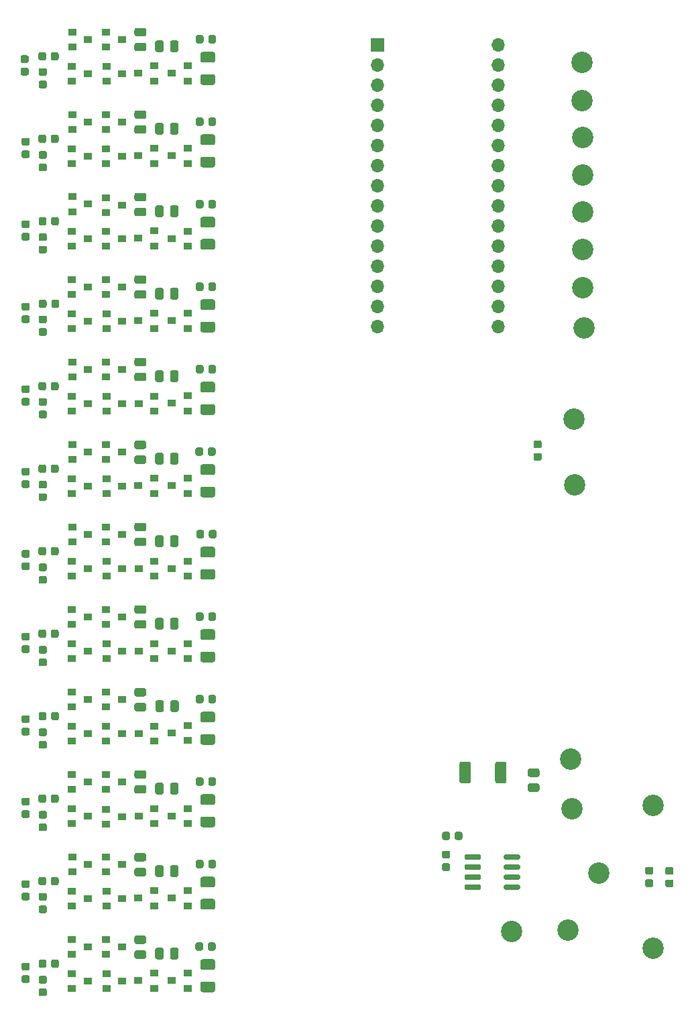
<source format=gbr>
%TF.GenerationSoftware,KiCad,Pcbnew,5.1.6-c6e7f7d~87~ubuntu18.04.1*%
%TF.CreationDate,2021-02-12T17:03:38+13:00*%
%TF.ProjectId,Volume Control Ultimate 2 Feb9,566f6c75-6d65-4204-936f-6e74726f6c20,rev?*%
%TF.SameCoordinates,Original*%
%TF.FileFunction,Soldermask,Top*%
%TF.FilePolarity,Negative*%
%FSLAX46Y46*%
G04 Gerber Fmt 4.6, Leading zero omitted, Abs format (unit mm)*
G04 Created by KiCad (PCBNEW 5.1.6-c6e7f7d~87~ubuntu18.04.1) date 2021-02-12 17:03:38*
%MOMM*%
%LPD*%
G01*
G04 APERTURE LIST*
%ADD10R,1.000000X0.900000*%
%ADD11R,1.700000X1.700000*%
%ADD12O,1.700000X1.700000*%
%ADD13C,2.700000*%
G04 APERTURE END LIST*
D10*
%TO.C,Q1*%
X46514000Y-48732400D03*
X46514000Y-50632400D03*
X48514000Y-49682400D03*
%TD*%
D11*
%TO.C,A1*%
X85090000Y-50419000D03*
D12*
X100330000Y-83439000D03*
X85090000Y-52959000D03*
X100330000Y-80899000D03*
X85090000Y-55499000D03*
X100330000Y-78359000D03*
X85090000Y-58039000D03*
X100330000Y-75819000D03*
X85090000Y-60579000D03*
X100330000Y-73279000D03*
X85090000Y-63119000D03*
X100330000Y-70739000D03*
X85090000Y-65659000D03*
X100330000Y-68199000D03*
X85090000Y-68199000D03*
X100330000Y-65659000D03*
X85090000Y-70739000D03*
X100330000Y-63119000D03*
X85090000Y-73279000D03*
X100330000Y-60579000D03*
X85090000Y-75819000D03*
X100330000Y-58039000D03*
X85090000Y-78359000D03*
X100330000Y-55499000D03*
X85090000Y-80899000D03*
X100330000Y-52959000D03*
X85090000Y-83439000D03*
X100330000Y-50419000D03*
X85090000Y-85979000D03*
X100330000Y-85979000D03*
%TD*%
%TO.C,C1*%
G36*
G01*
X63098500Y-49375750D02*
X63098500Y-49938250D01*
G75*
G02*
X62854750Y-50182000I-243750J0D01*
G01*
X62367250Y-50182000D01*
G75*
G02*
X62123500Y-49938250I0J243750D01*
G01*
X62123500Y-49375750D01*
G75*
G02*
X62367250Y-49132000I243750J0D01*
G01*
X62854750Y-49132000D01*
G75*
G02*
X63098500Y-49375750I0J-243750D01*
G01*
G37*
G36*
G01*
X64673500Y-49375750D02*
X64673500Y-49938250D01*
G75*
G02*
X64429750Y-50182000I-243750J0D01*
G01*
X63942250Y-50182000D01*
G75*
G02*
X63698500Y-49938250I0J243750D01*
G01*
X63698500Y-49375750D01*
G75*
G02*
X63942250Y-49132000I243750J0D01*
G01*
X64429750Y-49132000D01*
G75*
G02*
X64673500Y-49375750I0J-243750D01*
G01*
G37*
%TD*%
%TO.C,C2*%
G36*
G01*
X64673500Y-59789750D02*
X64673500Y-60352250D01*
G75*
G02*
X64429750Y-60596000I-243750J0D01*
G01*
X63942250Y-60596000D01*
G75*
G02*
X63698500Y-60352250I0J243750D01*
G01*
X63698500Y-59789750D01*
G75*
G02*
X63942250Y-59546000I243750J0D01*
G01*
X64429750Y-59546000D01*
G75*
G02*
X64673500Y-59789750I0J-243750D01*
G01*
G37*
G36*
G01*
X63098500Y-59789750D02*
X63098500Y-60352250D01*
G75*
G02*
X62854750Y-60596000I-243750J0D01*
G01*
X62367250Y-60596000D01*
G75*
G02*
X62123500Y-60352250I0J243750D01*
G01*
X62123500Y-59789750D01*
G75*
G02*
X62367250Y-59546000I243750J0D01*
G01*
X62854750Y-59546000D01*
G75*
G02*
X63098500Y-59789750I0J-243750D01*
G01*
G37*
%TD*%
%TO.C,C3*%
G36*
G01*
X64673500Y-70203750D02*
X64673500Y-70766250D01*
G75*
G02*
X64429750Y-71010000I-243750J0D01*
G01*
X63942250Y-71010000D01*
G75*
G02*
X63698500Y-70766250I0J243750D01*
G01*
X63698500Y-70203750D01*
G75*
G02*
X63942250Y-69960000I243750J0D01*
G01*
X64429750Y-69960000D01*
G75*
G02*
X64673500Y-70203750I0J-243750D01*
G01*
G37*
G36*
G01*
X63098500Y-70203750D02*
X63098500Y-70766250D01*
G75*
G02*
X62854750Y-71010000I-243750J0D01*
G01*
X62367250Y-71010000D01*
G75*
G02*
X62123500Y-70766250I0J243750D01*
G01*
X62123500Y-70203750D01*
G75*
G02*
X62367250Y-69960000I243750J0D01*
G01*
X62854750Y-69960000D01*
G75*
G02*
X63098500Y-70203750I0J-243750D01*
G01*
G37*
%TD*%
%TO.C,C4*%
G36*
G01*
X64673500Y-80617750D02*
X64673500Y-81180250D01*
G75*
G02*
X64429750Y-81424000I-243750J0D01*
G01*
X63942250Y-81424000D01*
G75*
G02*
X63698500Y-81180250I0J243750D01*
G01*
X63698500Y-80617750D01*
G75*
G02*
X63942250Y-80374000I243750J0D01*
G01*
X64429750Y-80374000D01*
G75*
G02*
X64673500Y-80617750I0J-243750D01*
G01*
G37*
G36*
G01*
X63098500Y-80617750D02*
X63098500Y-81180250D01*
G75*
G02*
X62854750Y-81424000I-243750J0D01*
G01*
X62367250Y-81424000D01*
G75*
G02*
X62123500Y-81180250I0J243750D01*
G01*
X62123500Y-80617750D01*
G75*
G02*
X62367250Y-80374000I243750J0D01*
G01*
X62854750Y-80374000D01*
G75*
G02*
X63098500Y-80617750I0J-243750D01*
G01*
G37*
%TD*%
%TO.C,C5*%
G36*
G01*
X63098500Y-91031750D02*
X63098500Y-91594250D01*
G75*
G02*
X62854750Y-91838000I-243750J0D01*
G01*
X62367250Y-91838000D01*
G75*
G02*
X62123500Y-91594250I0J243750D01*
G01*
X62123500Y-91031750D01*
G75*
G02*
X62367250Y-90788000I243750J0D01*
G01*
X62854750Y-90788000D01*
G75*
G02*
X63098500Y-91031750I0J-243750D01*
G01*
G37*
G36*
G01*
X64673500Y-91031750D02*
X64673500Y-91594250D01*
G75*
G02*
X64429750Y-91838000I-243750J0D01*
G01*
X63942250Y-91838000D01*
G75*
G02*
X63698500Y-91594250I0J243750D01*
G01*
X63698500Y-91031750D01*
G75*
G02*
X63942250Y-90788000I243750J0D01*
G01*
X64429750Y-90788000D01*
G75*
G02*
X64673500Y-91031750I0J-243750D01*
G01*
G37*
%TD*%
%TO.C,C6*%
G36*
G01*
X64622500Y-101445750D02*
X64622500Y-102008250D01*
G75*
G02*
X64378750Y-102252000I-243750J0D01*
G01*
X63891250Y-102252000D01*
G75*
G02*
X63647500Y-102008250I0J243750D01*
G01*
X63647500Y-101445750D01*
G75*
G02*
X63891250Y-101202000I243750J0D01*
G01*
X64378750Y-101202000D01*
G75*
G02*
X64622500Y-101445750I0J-243750D01*
G01*
G37*
G36*
G01*
X63047500Y-101445750D02*
X63047500Y-102008250D01*
G75*
G02*
X62803750Y-102252000I-243750J0D01*
G01*
X62316250Y-102252000D01*
G75*
G02*
X62072500Y-102008250I0J243750D01*
G01*
X62072500Y-101445750D01*
G75*
G02*
X62316250Y-101202000I243750J0D01*
G01*
X62803750Y-101202000D01*
G75*
G02*
X63047500Y-101445750I0J-243750D01*
G01*
G37*
%TD*%
%TO.C,C7*%
G36*
G01*
X63174500Y-111859750D02*
X63174500Y-112422250D01*
G75*
G02*
X62930750Y-112666000I-243750J0D01*
G01*
X62443250Y-112666000D01*
G75*
G02*
X62199500Y-112422250I0J243750D01*
G01*
X62199500Y-111859750D01*
G75*
G02*
X62443250Y-111616000I243750J0D01*
G01*
X62930750Y-111616000D01*
G75*
G02*
X63174500Y-111859750I0J-243750D01*
G01*
G37*
G36*
G01*
X64749500Y-111859750D02*
X64749500Y-112422250D01*
G75*
G02*
X64505750Y-112666000I-243750J0D01*
G01*
X64018250Y-112666000D01*
G75*
G02*
X63774500Y-112422250I0J243750D01*
G01*
X63774500Y-111859750D01*
G75*
G02*
X64018250Y-111616000I243750J0D01*
G01*
X64505750Y-111616000D01*
G75*
G02*
X64749500Y-111859750I0J-243750D01*
G01*
G37*
%TD*%
%TO.C,C8*%
G36*
G01*
X64673500Y-122273750D02*
X64673500Y-122836250D01*
G75*
G02*
X64429750Y-123080000I-243750J0D01*
G01*
X63942250Y-123080000D01*
G75*
G02*
X63698500Y-122836250I0J243750D01*
G01*
X63698500Y-122273750D01*
G75*
G02*
X63942250Y-122030000I243750J0D01*
G01*
X64429750Y-122030000D01*
G75*
G02*
X64673500Y-122273750I0J-243750D01*
G01*
G37*
G36*
G01*
X63098500Y-122273750D02*
X63098500Y-122836250D01*
G75*
G02*
X62854750Y-123080000I-243750J0D01*
G01*
X62367250Y-123080000D01*
G75*
G02*
X62123500Y-122836250I0J243750D01*
G01*
X62123500Y-122273750D01*
G75*
G02*
X62367250Y-122030000I243750J0D01*
G01*
X62854750Y-122030000D01*
G75*
G02*
X63098500Y-122273750I0J-243750D01*
G01*
G37*
%TD*%
%TO.C,C9*%
G36*
G01*
X63098500Y-132687750D02*
X63098500Y-133250250D01*
G75*
G02*
X62854750Y-133494000I-243750J0D01*
G01*
X62367250Y-133494000D01*
G75*
G02*
X62123500Y-133250250I0J243750D01*
G01*
X62123500Y-132687750D01*
G75*
G02*
X62367250Y-132444000I243750J0D01*
G01*
X62854750Y-132444000D01*
G75*
G02*
X63098500Y-132687750I0J-243750D01*
G01*
G37*
G36*
G01*
X64673500Y-132687750D02*
X64673500Y-133250250D01*
G75*
G02*
X64429750Y-133494000I-243750J0D01*
G01*
X63942250Y-133494000D01*
G75*
G02*
X63698500Y-133250250I0J243750D01*
G01*
X63698500Y-132687750D01*
G75*
G02*
X63942250Y-132444000I243750J0D01*
G01*
X64429750Y-132444000D01*
G75*
G02*
X64673500Y-132687750I0J-243750D01*
G01*
G37*
%TD*%
%TO.C,C10*%
G36*
G01*
X64673500Y-143101750D02*
X64673500Y-143664250D01*
G75*
G02*
X64429750Y-143908000I-243750J0D01*
G01*
X63942250Y-143908000D01*
G75*
G02*
X63698500Y-143664250I0J243750D01*
G01*
X63698500Y-143101750D01*
G75*
G02*
X63942250Y-142858000I243750J0D01*
G01*
X64429750Y-142858000D01*
G75*
G02*
X64673500Y-143101750I0J-243750D01*
G01*
G37*
G36*
G01*
X63098500Y-143101750D02*
X63098500Y-143664250D01*
G75*
G02*
X62854750Y-143908000I-243750J0D01*
G01*
X62367250Y-143908000D01*
G75*
G02*
X62123500Y-143664250I0J243750D01*
G01*
X62123500Y-143101750D01*
G75*
G02*
X62367250Y-142858000I243750J0D01*
G01*
X62854750Y-142858000D01*
G75*
G02*
X63098500Y-143101750I0J-243750D01*
G01*
G37*
%TD*%
%TO.C,C11*%
G36*
G01*
X105256250Y-144682500D02*
X104293750Y-144682500D01*
G75*
G02*
X104025000Y-144413750I0J268750D01*
G01*
X104025000Y-143876250D01*
G75*
G02*
X104293750Y-143607500I268750J0D01*
G01*
X105256250Y-143607500D01*
G75*
G02*
X105525000Y-143876250I0J-268750D01*
G01*
X105525000Y-144413750D01*
G75*
G02*
X105256250Y-144682500I-268750J0D01*
G01*
G37*
G36*
G01*
X105256250Y-142807500D02*
X104293750Y-142807500D01*
G75*
G02*
X104025000Y-142538750I0J268750D01*
G01*
X104025000Y-142001250D01*
G75*
G02*
X104293750Y-141732500I268750J0D01*
G01*
X105256250Y-141732500D01*
G75*
G02*
X105525000Y-142001250I0J-268750D01*
G01*
X105525000Y-142538750D01*
G75*
G02*
X105256250Y-142807500I-268750J0D01*
G01*
G37*
%TD*%
%TO.C,C12*%
G36*
G01*
X63098500Y-153515750D02*
X63098500Y-154078250D01*
G75*
G02*
X62854750Y-154322000I-243750J0D01*
G01*
X62367250Y-154322000D01*
G75*
G02*
X62123500Y-154078250I0J243750D01*
G01*
X62123500Y-153515750D01*
G75*
G02*
X62367250Y-153272000I243750J0D01*
G01*
X62854750Y-153272000D01*
G75*
G02*
X63098500Y-153515750I0J-243750D01*
G01*
G37*
G36*
G01*
X64673500Y-153515750D02*
X64673500Y-154078250D01*
G75*
G02*
X64429750Y-154322000I-243750J0D01*
G01*
X63942250Y-154322000D01*
G75*
G02*
X63698500Y-154078250I0J243750D01*
G01*
X63698500Y-153515750D01*
G75*
G02*
X63942250Y-153272000I243750J0D01*
G01*
X64429750Y-153272000D01*
G75*
G02*
X64673500Y-153515750I0J-243750D01*
G01*
G37*
%TD*%
%TO.C,C13*%
G36*
G01*
X63047500Y-163929750D02*
X63047500Y-164492250D01*
G75*
G02*
X62803750Y-164736000I-243750J0D01*
G01*
X62316250Y-164736000D01*
G75*
G02*
X62072500Y-164492250I0J243750D01*
G01*
X62072500Y-163929750D01*
G75*
G02*
X62316250Y-163686000I243750J0D01*
G01*
X62803750Y-163686000D01*
G75*
G02*
X63047500Y-163929750I0J-243750D01*
G01*
G37*
G36*
G01*
X64622500Y-163929750D02*
X64622500Y-164492250D01*
G75*
G02*
X64378750Y-164736000I-243750J0D01*
G01*
X63891250Y-164736000D01*
G75*
G02*
X63647500Y-164492250I0J243750D01*
G01*
X63647500Y-163929750D01*
G75*
G02*
X63891250Y-163686000I243750J0D01*
G01*
X64378750Y-163686000D01*
G75*
G02*
X64622500Y-163929750I0J-243750D01*
G01*
G37*
%TD*%
D13*
%TO.C,J1*%
X111125000Y-86106000D03*
%TD*%
%TO.C,J2*%
X110998000Y-81026000D03*
%TD*%
%TO.C,J3*%
X110998000Y-76200000D03*
%TD*%
%TO.C,J4*%
X110998000Y-71501000D03*
%TD*%
%TO.C,J5*%
X110998000Y-66802000D03*
%TD*%
%TO.C,J6*%
X110998000Y-62103000D03*
%TD*%
%TO.C,J7*%
X110871000Y-57404000D03*
%TD*%
%TO.C,J8*%
X110871000Y-52578000D03*
%TD*%
%TO.C,J9*%
X109982000Y-105918000D03*
%TD*%
%TO.C,J10*%
X109855000Y-97663000D03*
%TD*%
%TO.C,J11*%
X113030000Y-154940000D03*
%TD*%
%TO.C,J12*%
X119888000Y-146431000D03*
%TD*%
%TO.C,J13*%
X119888000Y-164465000D03*
%TD*%
%TO.C,J14*%
X109093000Y-162179000D03*
%TD*%
%TO.C,J15*%
X101981000Y-162306000D03*
%TD*%
%TO.C,J16*%
X109601000Y-146812000D03*
%TD*%
%TO.C,J17*%
X109474000Y-140589000D03*
%TD*%
D10*
%TO.C,Q2*%
X52774600Y-49718000D03*
X50774600Y-50668000D03*
X50774600Y-48768000D03*
%TD*%
%TO.C,Q3*%
X61087000Y-54925000D03*
X61087000Y-53025000D03*
X59087000Y-53975000D03*
%TD*%
%TO.C,Q4*%
X48472600Y-54036000D03*
X46472600Y-54986000D03*
X46472600Y-53086000D03*
%TD*%
%TO.C,Q5*%
X50825400Y-53086000D03*
X50825400Y-54986000D03*
X52825400Y-54036000D03*
%TD*%
%TO.C,Q6*%
X56864000Y-54925000D03*
X56864000Y-53025000D03*
X54864000Y-53975000D03*
%TD*%
%TO.C,Q7*%
X46514000Y-59146400D03*
X46514000Y-61046400D03*
X48514000Y-60096400D03*
%TD*%
%TO.C,Q8*%
X52774600Y-60132000D03*
X50774600Y-61082000D03*
X50774600Y-59182000D03*
%TD*%
%TO.C,Q9*%
X59087000Y-64389000D03*
X61087000Y-63439000D03*
X61087000Y-65339000D03*
%TD*%
%TO.C,Q10*%
X48472600Y-64450000D03*
X46472600Y-65400000D03*
X46472600Y-63500000D03*
%TD*%
%TO.C,Q11*%
X50800000Y-63500000D03*
X50800000Y-65400000D03*
X52800000Y-64450000D03*
%TD*%
%TO.C,Q12*%
X56880000Y-65339000D03*
X56880000Y-63439000D03*
X54880000Y-64389000D03*
%TD*%
%TO.C,Q13*%
X48514000Y-70485000D03*
X46514000Y-71435000D03*
X46514000Y-69535000D03*
%TD*%
%TO.C,Q14*%
X50816000Y-69662000D03*
X50816000Y-71562000D03*
X52816000Y-70612000D03*
%TD*%
%TO.C,Q15*%
X59087000Y-74864000D03*
X61087000Y-73914000D03*
X61087000Y-75814000D03*
%TD*%
%TO.C,Q16*%
X46482000Y-73919000D03*
X46482000Y-75819000D03*
X48482000Y-74869000D03*
%TD*%
%TO.C,Q17*%
X52800000Y-74869000D03*
X50800000Y-75819000D03*
X50800000Y-73919000D03*
%TD*%
%TO.C,Q18*%
X54864000Y-74803000D03*
X56864000Y-73853000D03*
X56864000Y-75753000D03*
%TD*%
%TO.C,Q19*%
X46482000Y-80010000D03*
X46482000Y-81910000D03*
X48482000Y-80960000D03*
%TD*%
%TO.C,Q20*%
X50774600Y-80010000D03*
X50774600Y-81910000D03*
X52774600Y-80960000D03*
%TD*%
%TO.C,Q21*%
X59087000Y-85217000D03*
X61087000Y-84267000D03*
X61087000Y-86167000D03*
%TD*%
%TO.C,Q22*%
X48472600Y-85278000D03*
X46472600Y-86228000D03*
X46472600Y-84328000D03*
%TD*%
%TO.C,Q23*%
X52825400Y-85278000D03*
X50825400Y-86228000D03*
X50825400Y-84328000D03*
%TD*%
%TO.C,Q24*%
X56864000Y-86167000D03*
X56864000Y-84267000D03*
X54864000Y-85217000D03*
%TD*%
%TO.C,Q25*%
X48514000Y-91338400D03*
X46514000Y-92288400D03*
X46514000Y-90388400D03*
%TD*%
%TO.C,Q26*%
X52800000Y-91374000D03*
X50800000Y-92324000D03*
X50800000Y-90424000D03*
%TD*%
%TO.C,Q27*%
X61087000Y-96581000D03*
X61087000Y-94681000D03*
X59087000Y-95631000D03*
%TD*%
%TO.C,Q28*%
X46482000Y-94742000D03*
X46482000Y-96642000D03*
X48482000Y-95692000D03*
%TD*%
%TO.C,Q29*%
X50825400Y-94742000D03*
X50825400Y-96642000D03*
X52825400Y-95692000D03*
%TD*%
%TO.C,Q30*%
X56896000Y-96647000D03*
X56896000Y-94747000D03*
X54896000Y-95697000D03*
%TD*%
%TO.C,Q31*%
X46514000Y-100802400D03*
X46514000Y-102702400D03*
X48514000Y-101752400D03*
%TD*%
%TO.C,Q32*%
X52800000Y-101788000D03*
X50800000Y-102738000D03*
X50800000Y-100838000D03*
%TD*%
%TO.C,Q33*%
X59087000Y-106045000D03*
X61087000Y-105095000D03*
X61087000Y-106995000D03*
%TD*%
%TO.C,Q34*%
X48472600Y-106106000D03*
X46472600Y-107056000D03*
X46472600Y-105156000D03*
%TD*%
%TO.C,Q35*%
X50825400Y-105156000D03*
X50825400Y-107056000D03*
X52825400Y-106106000D03*
%TD*%
%TO.C,Q36*%
X56864000Y-106995000D03*
X56864000Y-105095000D03*
X54864000Y-106045000D03*
%TD*%
%TO.C,Q37*%
X48514000Y-112166400D03*
X46514000Y-113116400D03*
X46514000Y-111216400D03*
%TD*%
%TO.C,Q38*%
X52800000Y-112202000D03*
X50800000Y-113152000D03*
X50800000Y-111252000D03*
%TD*%
%TO.C,Q39*%
X59087000Y-116525000D03*
X61087000Y-115575000D03*
X61087000Y-117475000D03*
%TD*%
%TO.C,Q40*%
X46482000Y-115570000D03*
X46482000Y-117470000D03*
X48482000Y-116520000D03*
%TD*%
%TO.C,Q41*%
X52825400Y-116520000D03*
X50825400Y-117470000D03*
X50825400Y-115570000D03*
%TD*%
%TO.C,Q42*%
X54896000Y-116525000D03*
X56896000Y-115575000D03*
X56896000Y-117475000D03*
%TD*%
%TO.C,Q43*%
X48482000Y-122616000D03*
X46482000Y-123566000D03*
X46482000Y-121666000D03*
%TD*%
%TO.C,Q44*%
X52800000Y-122616000D03*
X50800000Y-123566000D03*
X50800000Y-121666000D03*
%TD*%
%TO.C,Q45*%
X61087000Y-127889000D03*
X61087000Y-125989000D03*
X59087000Y-126939000D03*
%TD*%
%TO.C,Q46*%
X46482000Y-125989000D03*
X46482000Y-127889000D03*
X48482000Y-126939000D03*
%TD*%
%TO.C,Q47*%
X52825400Y-126934000D03*
X50825400Y-127884000D03*
X50825400Y-125984000D03*
%TD*%
%TO.C,Q48*%
X56896000Y-127889000D03*
X56896000Y-125989000D03*
X54896000Y-126939000D03*
%TD*%
%TO.C,Q49*%
X48482000Y-133030000D03*
X46482000Y-133980000D03*
X46482000Y-132080000D03*
%TD*%
%TO.C,Q50*%
X50800000Y-132080000D03*
X50800000Y-133980000D03*
X52800000Y-133030000D03*
%TD*%
%TO.C,Q51*%
X59087000Y-137226000D03*
X61087000Y-136276000D03*
X61087000Y-138176000D03*
%TD*%
%TO.C,Q52*%
X46482000Y-136398000D03*
X46482000Y-138298000D03*
X48482000Y-137348000D03*
%TD*%
%TO.C,Q53*%
X52800000Y-137348000D03*
X50800000Y-138298000D03*
X50800000Y-136398000D03*
%TD*%
%TO.C,Q54*%
X54896000Y-137353000D03*
X56896000Y-136403000D03*
X56896000Y-138303000D03*
%TD*%
%TO.C,Q55*%
X46482000Y-142494000D03*
X46482000Y-144394000D03*
X48482000Y-143444000D03*
%TD*%
%TO.C,Q56*%
X52800000Y-143444000D03*
X50800000Y-144394000D03*
X50800000Y-142494000D03*
%TD*%
%TO.C,Q57*%
X59087000Y-147767000D03*
X61087000Y-146817000D03*
X61087000Y-148717000D03*
%TD*%
%TO.C,Q58*%
X46482000Y-146812000D03*
X46482000Y-148712000D03*
X48482000Y-147762000D03*
%TD*%
%TO.C,Q59*%
X50816000Y-146878000D03*
X50816000Y-148778000D03*
X52816000Y-147828000D03*
%TD*%
%TO.C,Q60*%
X56896000Y-148717000D03*
X56896000Y-146817000D03*
X54896000Y-147767000D03*
%TD*%
%TO.C,Q61*%
X46514000Y-152872400D03*
X46514000Y-154772400D03*
X48514000Y-153822400D03*
%TD*%
%TO.C,Q62*%
X50774600Y-152908000D03*
X50774600Y-154808000D03*
X52774600Y-153858000D03*
%TD*%
%TO.C,Q63*%
X61087000Y-159065000D03*
X61087000Y-157165000D03*
X59087000Y-158115000D03*
%TD*%
%TO.C,Q64*%
X46472600Y-157226000D03*
X46472600Y-159126000D03*
X48472600Y-158176000D03*
%TD*%
%TO.C,Q65*%
X50825400Y-157226000D03*
X50825400Y-159126000D03*
X52825400Y-158176000D03*
%TD*%
%TO.C,Q66*%
X54880000Y-158115000D03*
X56880000Y-157165000D03*
X56880000Y-159065000D03*
%TD*%
%TO.C,Q67*%
X48482000Y-164272000D03*
X46482000Y-165222000D03*
X46482000Y-163322000D03*
%TD*%
%TO.C,Q68*%
X52774600Y-164272000D03*
X50774600Y-165222000D03*
X50774600Y-163322000D03*
%TD*%
%TO.C,Q69*%
X61087000Y-169479000D03*
X61087000Y-167579000D03*
X59087000Y-168529000D03*
%TD*%
%TO.C,Q70*%
X48482000Y-168590000D03*
X46482000Y-169540000D03*
X46482000Y-167640000D03*
%TD*%
%TO.C,Q71*%
X50825400Y-167640000D03*
X50825400Y-169540000D03*
X52825400Y-168590000D03*
%TD*%
%TO.C,Q72*%
X54864000Y-168529000D03*
X56864000Y-167579000D03*
X56864000Y-169479000D03*
%TD*%
%TO.C,R1*%
G36*
G01*
X40231750Y-53259000D02*
X40794250Y-53259000D01*
G75*
G02*
X41038000Y-53502750I0J-243750D01*
G01*
X41038000Y-53990250D01*
G75*
G02*
X40794250Y-54234000I-243750J0D01*
G01*
X40231750Y-54234000D01*
G75*
G02*
X39988000Y-53990250I0J243750D01*
G01*
X39988000Y-53502750D01*
G75*
G02*
X40231750Y-53259000I243750J0D01*
G01*
G37*
G36*
G01*
X40231750Y-51684000D02*
X40794250Y-51684000D01*
G75*
G02*
X41038000Y-51927750I0J-243750D01*
G01*
X41038000Y-52415250D01*
G75*
G02*
X40794250Y-52659000I-243750J0D01*
G01*
X40231750Y-52659000D01*
G75*
G02*
X39988000Y-52415250I0J243750D01*
G01*
X39988000Y-51927750D01*
G75*
G02*
X40231750Y-51684000I243750J0D01*
G01*
G37*
%TD*%
%TO.C,R2*%
G36*
G01*
X55599250Y-49305500D02*
X54636750Y-49305500D01*
G75*
G02*
X54368000Y-49036750I0J268750D01*
G01*
X54368000Y-48499250D01*
G75*
G02*
X54636750Y-48230500I268750J0D01*
G01*
X55599250Y-48230500D01*
G75*
G02*
X55868000Y-48499250I0J-268750D01*
G01*
X55868000Y-49036750D01*
G75*
G02*
X55599250Y-49305500I-268750J0D01*
G01*
G37*
G36*
G01*
X55599250Y-51180500D02*
X54636750Y-51180500D01*
G75*
G02*
X54368000Y-50911750I0J268750D01*
G01*
X54368000Y-50374250D01*
G75*
G02*
X54636750Y-50105500I268750J0D01*
G01*
X55599250Y-50105500D01*
G75*
G02*
X55868000Y-50374250I0J-268750D01*
G01*
X55868000Y-50911750D01*
G75*
G02*
X55599250Y-51180500I-268750J0D01*
G01*
G37*
%TD*%
%TO.C,R3*%
G36*
G01*
X42517750Y-54884500D02*
X43080250Y-54884500D01*
G75*
G02*
X43324000Y-55128250I0J-243750D01*
G01*
X43324000Y-55615750D01*
G75*
G02*
X43080250Y-55859500I-243750J0D01*
G01*
X42517750Y-55859500D01*
G75*
G02*
X42274000Y-55615750I0J243750D01*
G01*
X42274000Y-55128250D01*
G75*
G02*
X42517750Y-54884500I243750J0D01*
G01*
G37*
G36*
G01*
X42517750Y-53309500D02*
X43080250Y-53309500D01*
G75*
G02*
X43324000Y-53553250I0J-243750D01*
G01*
X43324000Y-54040750D01*
G75*
G02*
X43080250Y-54284500I-243750J0D01*
G01*
X42517750Y-54284500D01*
G75*
G02*
X42274000Y-54040750I0J243750D01*
G01*
X42274000Y-53553250D01*
G75*
G02*
X42517750Y-53309500I243750J0D01*
G01*
G37*
%TD*%
%TO.C,R4*%
G36*
G01*
X44810500Y-51534750D02*
X44810500Y-52097250D01*
G75*
G02*
X44566750Y-52341000I-243750J0D01*
G01*
X44079250Y-52341000D01*
G75*
G02*
X43835500Y-52097250I0J243750D01*
G01*
X43835500Y-51534750D01*
G75*
G02*
X44079250Y-51291000I243750J0D01*
G01*
X44566750Y-51291000D01*
G75*
G02*
X44810500Y-51534750I0J-243750D01*
G01*
G37*
G36*
G01*
X43235500Y-51534750D02*
X43235500Y-52097250D01*
G75*
G02*
X42991750Y-52341000I-243750J0D01*
G01*
X42504250Y-52341000D01*
G75*
G02*
X42260500Y-52097250I0J243750D01*
G01*
X42260500Y-51534750D01*
G75*
G02*
X42504250Y-51291000I243750J0D01*
G01*
X42991750Y-51291000D01*
G75*
G02*
X43235500Y-51534750I0J-243750D01*
G01*
G37*
%TD*%
%TO.C,R5*%
G36*
G01*
X62972000Y-54068000D02*
X64282000Y-54068000D01*
G75*
G02*
X64552000Y-54338000I0J-270000D01*
G01*
X64552000Y-55148000D01*
G75*
G02*
X64282000Y-55418000I-270000J0D01*
G01*
X62972000Y-55418000D01*
G75*
G02*
X62702000Y-55148000I0J270000D01*
G01*
X62702000Y-54338000D01*
G75*
G02*
X62972000Y-54068000I270000J0D01*
G01*
G37*
G36*
G01*
X62972000Y-51268000D02*
X64282000Y-51268000D01*
G75*
G02*
X64552000Y-51538000I0J-270000D01*
G01*
X64552000Y-52348000D01*
G75*
G02*
X64282000Y-52618000I-270000J0D01*
G01*
X62972000Y-52618000D01*
G75*
G02*
X62702000Y-52348000I0J270000D01*
G01*
X62702000Y-51538000D01*
G75*
G02*
X62972000Y-51268000I270000J0D01*
G01*
G37*
%TD*%
%TO.C,R6*%
G36*
G01*
X56993500Y-51027250D02*
X56993500Y-50064750D01*
G75*
G02*
X57262250Y-49796000I268750J0D01*
G01*
X57799750Y-49796000D01*
G75*
G02*
X58068500Y-50064750I0J-268750D01*
G01*
X58068500Y-51027250D01*
G75*
G02*
X57799750Y-51296000I-268750J0D01*
G01*
X57262250Y-51296000D01*
G75*
G02*
X56993500Y-51027250I0J268750D01*
G01*
G37*
G36*
G01*
X58868500Y-51027250D02*
X58868500Y-50064750D01*
G75*
G02*
X59137250Y-49796000I268750J0D01*
G01*
X59674750Y-49796000D01*
G75*
G02*
X59943500Y-50064750I0J-268750D01*
G01*
X59943500Y-51027250D01*
G75*
G02*
X59674750Y-51296000I-268750J0D01*
G01*
X59137250Y-51296000D01*
G75*
G02*
X58868500Y-51027250I0J268750D01*
G01*
G37*
%TD*%
%TO.C,R7*%
G36*
G01*
X40358750Y-62123500D02*
X40921250Y-62123500D01*
G75*
G02*
X41165000Y-62367250I0J-243750D01*
G01*
X41165000Y-62854750D01*
G75*
G02*
X40921250Y-63098500I-243750J0D01*
G01*
X40358750Y-63098500D01*
G75*
G02*
X40115000Y-62854750I0J243750D01*
G01*
X40115000Y-62367250D01*
G75*
G02*
X40358750Y-62123500I243750J0D01*
G01*
G37*
G36*
G01*
X40358750Y-63698500D02*
X40921250Y-63698500D01*
G75*
G02*
X41165000Y-63942250I0J-243750D01*
G01*
X41165000Y-64429750D01*
G75*
G02*
X40921250Y-64673500I-243750J0D01*
G01*
X40358750Y-64673500D01*
G75*
G02*
X40115000Y-64429750I0J243750D01*
G01*
X40115000Y-63942250D01*
G75*
G02*
X40358750Y-63698500I243750J0D01*
G01*
G37*
%TD*%
%TO.C,R8*%
G36*
G01*
X55599250Y-61594500D02*
X54636750Y-61594500D01*
G75*
G02*
X54368000Y-61325750I0J268750D01*
G01*
X54368000Y-60788250D01*
G75*
G02*
X54636750Y-60519500I268750J0D01*
G01*
X55599250Y-60519500D01*
G75*
G02*
X55868000Y-60788250I0J-268750D01*
G01*
X55868000Y-61325750D01*
G75*
G02*
X55599250Y-61594500I-268750J0D01*
G01*
G37*
G36*
G01*
X55599250Y-59719500D02*
X54636750Y-59719500D01*
G75*
G02*
X54368000Y-59450750I0J268750D01*
G01*
X54368000Y-58913250D01*
G75*
G02*
X54636750Y-58644500I268750J0D01*
G01*
X55599250Y-58644500D01*
G75*
G02*
X55868000Y-58913250I0J-268750D01*
G01*
X55868000Y-59450750D01*
G75*
G02*
X55599250Y-59719500I-268750J0D01*
G01*
G37*
%TD*%
%TO.C,R9*%
G36*
G01*
X42517750Y-63774500D02*
X43080250Y-63774500D01*
G75*
G02*
X43324000Y-64018250I0J-243750D01*
G01*
X43324000Y-64505750D01*
G75*
G02*
X43080250Y-64749500I-243750J0D01*
G01*
X42517750Y-64749500D01*
G75*
G02*
X42274000Y-64505750I0J243750D01*
G01*
X42274000Y-64018250D01*
G75*
G02*
X42517750Y-63774500I243750J0D01*
G01*
G37*
G36*
G01*
X42517750Y-65349500D02*
X43080250Y-65349500D01*
G75*
G02*
X43324000Y-65593250I0J-243750D01*
G01*
X43324000Y-66080750D01*
G75*
G02*
X43080250Y-66324500I-243750J0D01*
G01*
X42517750Y-66324500D01*
G75*
G02*
X42274000Y-66080750I0J243750D01*
G01*
X42274000Y-65593250D01*
G75*
G02*
X42517750Y-65349500I243750J0D01*
G01*
G37*
%TD*%
%TO.C,R10*%
G36*
G01*
X43235500Y-61948750D02*
X43235500Y-62511250D01*
G75*
G02*
X42991750Y-62755000I-243750J0D01*
G01*
X42504250Y-62755000D01*
G75*
G02*
X42260500Y-62511250I0J243750D01*
G01*
X42260500Y-61948750D01*
G75*
G02*
X42504250Y-61705000I243750J0D01*
G01*
X42991750Y-61705000D01*
G75*
G02*
X43235500Y-61948750I0J-243750D01*
G01*
G37*
G36*
G01*
X44810500Y-61948750D02*
X44810500Y-62511250D01*
G75*
G02*
X44566750Y-62755000I-243750J0D01*
G01*
X44079250Y-62755000D01*
G75*
G02*
X43835500Y-62511250I0J243750D01*
G01*
X43835500Y-61948750D01*
G75*
G02*
X44079250Y-61705000I243750J0D01*
G01*
X44566750Y-61705000D01*
G75*
G02*
X44810500Y-61948750I0J-243750D01*
G01*
G37*
%TD*%
%TO.C,R11*%
G36*
G01*
X62972000Y-61682000D02*
X64282000Y-61682000D01*
G75*
G02*
X64552000Y-61952000I0J-270000D01*
G01*
X64552000Y-62762000D01*
G75*
G02*
X64282000Y-63032000I-270000J0D01*
G01*
X62972000Y-63032000D01*
G75*
G02*
X62702000Y-62762000I0J270000D01*
G01*
X62702000Y-61952000D01*
G75*
G02*
X62972000Y-61682000I270000J0D01*
G01*
G37*
G36*
G01*
X62972000Y-64482000D02*
X64282000Y-64482000D01*
G75*
G02*
X64552000Y-64752000I0J-270000D01*
G01*
X64552000Y-65562000D01*
G75*
G02*
X64282000Y-65832000I-270000J0D01*
G01*
X62972000Y-65832000D01*
G75*
G02*
X62702000Y-65562000I0J270000D01*
G01*
X62702000Y-64752000D01*
G75*
G02*
X62972000Y-64482000I270000J0D01*
G01*
G37*
%TD*%
%TO.C,R12*%
G36*
G01*
X58868500Y-61441250D02*
X58868500Y-60478750D01*
G75*
G02*
X59137250Y-60210000I268750J0D01*
G01*
X59674750Y-60210000D01*
G75*
G02*
X59943500Y-60478750I0J-268750D01*
G01*
X59943500Y-61441250D01*
G75*
G02*
X59674750Y-61710000I-268750J0D01*
G01*
X59137250Y-61710000D01*
G75*
G02*
X58868500Y-61441250I0J268750D01*
G01*
G37*
G36*
G01*
X56993500Y-61441250D02*
X56993500Y-60478750D01*
G75*
G02*
X57262250Y-60210000I268750J0D01*
G01*
X57799750Y-60210000D01*
G75*
G02*
X58068500Y-60478750I0J-268750D01*
G01*
X58068500Y-61441250D01*
G75*
G02*
X57799750Y-61710000I-268750J0D01*
G01*
X57262250Y-61710000D01*
G75*
G02*
X56993500Y-61441250I0J268750D01*
G01*
G37*
%TD*%
%TO.C,R13*%
G36*
G01*
X40358750Y-74112500D02*
X40921250Y-74112500D01*
G75*
G02*
X41165000Y-74356250I0J-243750D01*
G01*
X41165000Y-74843750D01*
G75*
G02*
X40921250Y-75087500I-243750J0D01*
G01*
X40358750Y-75087500D01*
G75*
G02*
X40115000Y-74843750I0J243750D01*
G01*
X40115000Y-74356250D01*
G75*
G02*
X40358750Y-74112500I243750J0D01*
G01*
G37*
G36*
G01*
X40358750Y-72537500D02*
X40921250Y-72537500D01*
G75*
G02*
X41165000Y-72781250I0J-243750D01*
G01*
X41165000Y-73268750D01*
G75*
G02*
X40921250Y-73512500I-243750J0D01*
G01*
X40358750Y-73512500D01*
G75*
G02*
X40115000Y-73268750I0J243750D01*
G01*
X40115000Y-72781250D01*
G75*
G02*
X40358750Y-72537500I243750J0D01*
G01*
G37*
%TD*%
%TO.C,R14*%
G36*
G01*
X55599250Y-72008500D02*
X54636750Y-72008500D01*
G75*
G02*
X54368000Y-71739750I0J268750D01*
G01*
X54368000Y-71202250D01*
G75*
G02*
X54636750Y-70933500I268750J0D01*
G01*
X55599250Y-70933500D01*
G75*
G02*
X55868000Y-71202250I0J-268750D01*
G01*
X55868000Y-71739750D01*
G75*
G02*
X55599250Y-72008500I-268750J0D01*
G01*
G37*
G36*
G01*
X55599250Y-70133500D02*
X54636750Y-70133500D01*
G75*
G02*
X54368000Y-69864750I0J268750D01*
G01*
X54368000Y-69327250D01*
G75*
G02*
X54636750Y-69058500I268750J0D01*
G01*
X55599250Y-69058500D01*
G75*
G02*
X55868000Y-69327250I0J-268750D01*
G01*
X55868000Y-69864750D01*
G75*
G02*
X55599250Y-70133500I-268750J0D01*
G01*
G37*
%TD*%
%TO.C,R15*%
G36*
G01*
X42517750Y-75738000D02*
X43080250Y-75738000D01*
G75*
G02*
X43324000Y-75981750I0J-243750D01*
G01*
X43324000Y-76469250D01*
G75*
G02*
X43080250Y-76713000I-243750J0D01*
G01*
X42517750Y-76713000D01*
G75*
G02*
X42274000Y-76469250I0J243750D01*
G01*
X42274000Y-75981750D01*
G75*
G02*
X42517750Y-75738000I243750J0D01*
G01*
G37*
G36*
G01*
X42517750Y-74163000D02*
X43080250Y-74163000D01*
G75*
G02*
X43324000Y-74406750I0J-243750D01*
G01*
X43324000Y-74894250D01*
G75*
G02*
X43080250Y-75138000I-243750J0D01*
G01*
X42517750Y-75138000D01*
G75*
G02*
X42274000Y-74894250I0J243750D01*
G01*
X42274000Y-74406750D01*
G75*
G02*
X42517750Y-74163000I243750J0D01*
G01*
G37*
%TD*%
%TO.C,R16*%
G36*
G01*
X44836000Y-72362750D02*
X44836000Y-72925250D01*
G75*
G02*
X44592250Y-73169000I-243750J0D01*
G01*
X44104750Y-73169000D01*
G75*
G02*
X43861000Y-72925250I0J243750D01*
G01*
X43861000Y-72362750D01*
G75*
G02*
X44104750Y-72119000I243750J0D01*
G01*
X44592250Y-72119000D01*
G75*
G02*
X44836000Y-72362750I0J-243750D01*
G01*
G37*
G36*
G01*
X43261000Y-72362750D02*
X43261000Y-72925250D01*
G75*
G02*
X43017250Y-73169000I-243750J0D01*
G01*
X42529750Y-73169000D01*
G75*
G02*
X42286000Y-72925250I0J243750D01*
G01*
X42286000Y-72362750D01*
G75*
G02*
X42529750Y-72119000I243750J0D01*
G01*
X43017250Y-72119000D01*
G75*
G02*
X43261000Y-72362750I0J-243750D01*
G01*
G37*
%TD*%
%TO.C,R17*%
G36*
G01*
X62972000Y-74890000D02*
X64282000Y-74890000D01*
G75*
G02*
X64552000Y-75160000I0J-270000D01*
G01*
X64552000Y-75970000D01*
G75*
G02*
X64282000Y-76240000I-270000J0D01*
G01*
X62972000Y-76240000D01*
G75*
G02*
X62702000Y-75970000I0J270000D01*
G01*
X62702000Y-75160000D01*
G75*
G02*
X62972000Y-74890000I270000J0D01*
G01*
G37*
G36*
G01*
X62972000Y-72090000D02*
X64282000Y-72090000D01*
G75*
G02*
X64552000Y-72360000I0J-270000D01*
G01*
X64552000Y-73170000D01*
G75*
G02*
X64282000Y-73440000I-270000J0D01*
G01*
X62972000Y-73440000D01*
G75*
G02*
X62702000Y-73170000I0J270000D01*
G01*
X62702000Y-72360000D01*
G75*
G02*
X62972000Y-72090000I270000J0D01*
G01*
G37*
%TD*%
%TO.C,R18*%
G36*
G01*
X58868500Y-71855250D02*
X58868500Y-70892750D01*
G75*
G02*
X59137250Y-70624000I268750J0D01*
G01*
X59674750Y-70624000D01*
G75*
G02*
X59943500Y-70892750I0J-268750D01*
G01*
X59943500Y-71855250D01*
G75*
G02*
X59674750Y-72124000I-268750J0D01*
G01*
X59137250Y-72124000D01*
G75*
G02*
X58868500Y-71855250I0J268750D01*
G01*
G37*
G36*
G01*
X56993500Y-71855250D02*
X56993500Y-70892750D01*
G75*
G02*
X57262250Y-70624000I268750J0D01*
G01*
X57799750Y-70624000D01*
G75*
G02*
X58068500Y-70892750I0J-268750D01*
G01*
X58068500Y-71855250D01*
G75*
G02*
X57799750Y-72124000I-268750J0D01*
G01*
X57262250Y-72124000D01*
G75*
G02*
X56993500Y-71855250I0J268750D01*
G01*
G37*
%TD*%
%TO.C,R19*%
G36*
G01*
X40358750Y-82951500D02*
X40921250Y-82951500D01*
G75*
G02*
X41165000Y-83195250I0J-243750D01*
G01*
X41165000Y-83682750D01*
G75*
G02*
X40921250Y-83926500I-243750J0D01*
G01*
X40358750Y-83926500D01*
G75*
G02*
X40115000Y-83682750I0J243750D01*
G01*
X40115000Y-83195250D01*
G75*
G02*
X40358750Y-82951500I243750J0D01*
G01*
G37*
G36*
G01*
X40358750Y-84526500D02*
X40921250Y-84526500D01*
G75*
G02*
X41165000Y-84770250I0J-243750D01*
G01*
X41165000Y-85257750D01*
G75*
G02*
X40921250Y-85501500I-243750J0D01*
G01*
X40358750Y-85501500D01*
G75*
G02*
X40115000Y-85257750I0J243750D01*
G01*
X40115000Y-84770250D01*
G75*
G02*
X40358750Y-84526500I243750J0D01*
G01*
G37*
%TD*%
%TO.C,R20*%
G36*
G01*
X55599250Y-80547500D02*
X54636750Y-80547500D01*
G75*
G02*
X54368000Y-80278750I0J268750D01*
G01*
X54368000Y-79741250D01*
G75*
G02*
X54636750Y-79472500I268750J0D01*
G01*
X55599250Y-79472500D01*
G75*
G02*
X55868000Y-79741250I0J-268750D01*
G01*
X55868000Y-80278750D01*
G75*
G02*
X55599250Y-80547500I-268750J0D01*
G01*
G37*
G36*
G01*
X55599250Y-82422500D02*
X54636750Y-82422500D01*
G75*
G02*
X54368000Y-82153750I0J268750D01*
G01*
X54368000Y-81616250D01*
G75*
G02*
X54636750Y-81347500I268750J0D01*
G01*
X55599250Y-81347500D01*
G75*
G02*
X55868000Y-81616250I0J-268750D01*
G01*
X55868000Y-82153750D01*
G75*
G02*
X55599250Y-82422500I-268750J0D01*
G01*
G37*
%TD*%
%TO.C,R21*%
G36*
G01*
X42517750Y-84551500D02*
X43080250Y-84551500D01*
G75*
G02*
X43324000Y-84795250I0J-243750D01*
G01*
X43324000Y-85282750D01*
G75*
G02*
X43080250Y-85526500I-243750J0D01*
G01*
X42517750Y-85526500D01*
G75*
G02*
X42274000Y-85282750I0J243750D01*
G01*
X42274000Y-84795250D01*
G75*
G02*
X42517750Y-84551500I243750J0D01*
G01*
G37*
G36*
G01*
X42517750Y-86126500D02*
X43080250Y-86126500D01*
G75*
G02*
X43324000Y-86370250I0J-243750D01*
G01*
X43324000Y-86857750D01*
G75*
G02*
X43080250Y-87101500I-243750J0D01*
G01*
X42517750Y-87101500D01*
G75*
G02*
X42274000Y-86857750I0J243750D01*
G01*
X42274000Y-86370250D01*
G75*
G02*
X42517750Y-86126500I243750J0D01*
G01*
G37*
%TD*%
%TO.C,R22*%
G36*
G01*
X43286500Y-82776750D02*
X43286500Y-83339250D01*
G75*
G02*
X43042750Y-83583000I-243750J0D01*
G01*
X42555250Y-83583000D01*
G75*
G02*
X42311500Y-83339250I0J243750D01*
G01*
X42311500Y-82776750D01*
G75*
G02*
X42555250Y-82533000I243750J0D01*
G01*
X43042750Y-82533000D01*
G75*
G02*
X43286500Y-82776750I0J-243750D01*
G01*
G37*
G36*
G01*
X44861500Y-82776750D02*
X44861500Y-83339250D01*
G75*
G02*
X44617750Y-83583000I-243750J0D01*
G01*
X44130250Y-83583000D01*
G75*
G02*
X43886500Y-83339250I0J243750D01*
G01*
X43886500Y-82776750D01*
G75*
G02*
X44130250Y-82533000I243750J0D01*
G01*
X44617750Y-82533000D01*
G75*
G02*
X44861500Y-82776750I0J-243750D01*
G01*
G37*
%TD*%
%TO.C,R23*%
G36*
G01*
X62972000Y-82510000D02*
X64282000Y-82510000D01*
G75*
G02*
X64552000Y-82780000I0J-270000D01*
G01*
X64552000Y-83590000D01*
G75*
G02*
X64282000Y-83860000I-270000J0D01*
G01*
X62972000Y-83860000D01*
G75*
G02*
X62702000Y-83590000I0J270000D01*
G01*
X62702000Y-82780000D01*
G75*
G02*
X62972000Y-82510000I270000J0D01*
G01*
G37*
G36*
G01*
X62972000Y-85310000D02*
X64282000Y-85310000D01*
G75*
G02*
X64552000Y-85580000I0J-270000D01*
G01*
X64552000Y-86390000D01*
G75*
G02*
X64282000Y-86660000I-270000J0D01*
G01*
X62972000Y-86660000D01*
G75*
G02*
X62702000Y-86390000I0J270000D01*
G01*
X62702000Y-85580000D01*
G75*
G02*
X62972000Y-85310000I270000J0D01*
G01*
G37*
%TD*%
%TO.C,R24*%
G36*
G01*
X56993500Y-82269250D02*
X56993500Y-81306750D01*
G75*
G02*
X57262250Y-81038000I268750J0D01*
G01*
X57799750Y-81038000D01*
G75*
G02*
X58068500Y-81306750I0J-268750D01*
G01*
X58068500Y-82269250D01*
G75*
G02*
X57799750Y-82538000I-268750J0D01*
G01*
X57262250Y-82538000D01*
G75*
G02*
X56993500Y-82269250I0J268750D01*
G01*
G37*
G36*
G01*
X58868500Y-82269250D02*
X58868500Y-81306750D01*
G75*
G02*
X59137250Y-81038000I268750J0D01*
G01*
X59674750Y-81038000D01*
G75*
G02*
X59943500Y-81306750I0J-268750D01*
G01*
X59943500Y-82269250D01*
G75*
G02*
X59674750Y-82538000I-268750J0D01*
G01*
X59137250Y-82538000D01*
G75*
G02*
X58868500Y-82269250I0J268750D01*
G01*
G37*
%TD*%
%TO.C,R25*%
G36*
G01*
X40358750Y-94940500D02*
X40921250Y-94940500D01*
G75*
G02*
X41165000Y-95184250I0J-243750D01*
G01*
X41165000Y-95671750D01*
G75*
G02*
X40921250Y-95915500I-243750J0D01*
G01*
X40358750Y-95915500D01*
G75*
G02*
X40115000Y-95671750I0J243750D01*
G01*
X40115000Y-95184250D01*
G75*
G02*
X40358750Y-94940500I243750J0D01*
G01*
G37*
G36*
G01*
X40358750Y-93365500D02*
X40921250Y-93365500D01*
G75*
G02*
X41165000Y-93609250I0J-243750D01*
G01*
X41165000Y-94096750D01*
G75*
G02*
X40921250Y-94340500I-243750J0D01*
G01*
X40358750Y-94340500D01*
G75*
G02*
X40115000Y-94096750I0J243750D01*
G01*
X40115000Y-93609250D01*
G75*
G02*
X40358750Y-93365500I243750J0D01*
G01*
G37*
%TD*%
%TO.C,R26*%
G36*
G01*
X55599250Y-90961500D02*
X54636750Y-90961500D01*
G75*
G02*
X54368000Y-90692750I0J268750D01*
G01*
X54368000Y-90155250D01*
G75*
G02*
X54636750Y-89886500I268750J0D01*
G01*
X55599250Y-89886500D01*
G75*
G02*
X55868000Y-90155250I0J-268750D01*
G01*
X55868000Y-90692750D01*
G75*
G02*
X55599250Y-90961500I-268750J0D01*
G01*
G37*
G36*
G01*
X55599250Y-92836500D02*
X54636750Y-92836500D01*
G75*
G02*
X54368000Y-92567750I0J268750D01*
G01*
X54368000Y-92030250D01*
G75*
G02*
X54636750Y-91761500I268750J0D01*
G01*
X55599250Y-91761500D01*
G75*
G02*
X55868000Y-92030250I0J-268750D01*
G01*
X55868000Y-92567750D01*
G75*
G02*
X55599250Y-92836500I-268750J0D01*
G01*
G37*
%TD*%
%TO.C,R27*%
G36*
G01*
X42517750Y-96540500D02*
X43080250Y-96540500D01*
G75*
G02*
X43324000Y-96784250I0J-243750D01*
G01*
X43324000Y-97271750D01*
G75*
G02*
X43080250Y-97515500I-243750J0D01*
G01*
X42517750Y-97515500D01*
G75*
G02*
X42274000Y-97271750I0J243750D01*
G01*
X42274000Y-96784250D01*
G75*
G02*
X42517750Y-96540500I243750J0D01*
G01*
G37*
G36*
G01*
X42517750Y-94965500D02*
X43080250Y-94965500D01*
G75*
G02*
X43324000Y-95209250I0J-243750D01*
G01*
X43324000Y-95696750D01*
G75*
G02*
X43080250Y-95940500I-243750J0D01*
G01*
X42517750Y-95940500D01*
G75*
G02*
X42274000Y-95696750I0J243750D01*
G01*
X42274000Y-95209250D01*
G75*
G02*
X42517750Y-94965500I243750J0D01*
G01*
G37*
%TD*%
%TO.C,R28*%
G36*
G01*
X44810500Y-93190750D02*
X44810500Y-93753250D01*
G75*
G02*
X44566750Y-93997000I-243750J0D01*
G01*
X44079250Y-93997000D01*
G75*
G02*
X43835500Y-93753250I0J243750D01*
G01*
X43835500Y-93190750D01*
G75*
G02*
X44079250Y-92947000I243750J0D01*
G01*
X44566750Y-92947000D01*
G75*
G02*
X44810500Y-93190750I0J-243750D01*
G01*
G37*
G36*
G01*
X43235500Y-93190750D02*
X43235500Y-93753250D01*
G75*
G02*
X42991750Y-93997000I-243750J0D01*
G01*
X42504250Y-93997000D01*
G75*
G02*
X42260500Y-93753250I0J243750D01*
G01*
X42260500Y-93190750D01*
G75*
G02*
X42504250Y-92947000I243750J0D01*
G01*
X42991750Y-92947000D01*
G75*
G02*
X43235500Y-93190750I0J-243750D01*
G01*
G37*
%TD*%
%TO.C,R29*%
G36*
G01*
X62972000Y-95724000D02*
X64282000Y-95724000D01*
G75*
G02*
X64552000Y-95994000I0J-270000D01*
G01*
X64552000Y-96804000D01*
G75*
G02*
X64282000Y-97074000I-270000J0D01*
G01*
X62972000Y-97074000D01*
G75*
G02*
X62702000Y-96804000I0J270000D01*
G01*
X62702000Y-95994000D01*
G75*
G02*
X62972000Y-95724000I270000J0D01*
G01*
G37*
G36*
G01*
X62972000Y-92924000D02*
X64282000Y-92924000D01*
G75*
G02*
X64552000Y-93194000I0J-270000D01*
G01*
X64552000Y-94004000D01*
G75*
G02*
X64282000Y-94274000I-270000J0D01*
G01*
X62972000Y-94274000D01*
G75*
G02*
X62702000Y-94004000I0J270000D01*
G01*
X62702000Y-93194000D01*
G75*
G02*
X62972000Y-92924000I270000J0D01*
G01*
G37*
%TD*%
%TO.C,R30*%
G36*
G01*
X58868500Y-92683250D02*
X58868500Y-91720750D01*
G75*
G02*
X59137250Y-91452000I268750J0D01*
G01*
X59674750Y-91452000D01*
G75*
G02*
X59943500Y-91720750I0J-268750D01*
G01*
X59943500Y-92683250D01*
G75*
G02*
X59674750Y-92952000I-268750J0D01*
G01*
X59137250Y-92952000D01*
G75*
G02*
X58868500Y-92683250I0J268750D01*
G01*
G37*
G36*
G01*
X56993500Y-92683250D02*
X56993500Y-91720750D01*
G75*
G02*
X57262250Y-91452000I268750J0D01*
G01*
X57799750Y-91452000D01*
G75*
G02*
X58068500Y-91720750I0J-268750D01*
G01*
X58068500Y-92683250D01*
G75*
G02*
X57799750Y-92952000I-268750J0D01*
G01*
X57262250Y-92952000D01*
G75*
G02*
X56993500Y-92683250I0J268750D01*
G01*
G37*
%TD*%
%TO.C,R31*%
G36*
G01*
X40358750Y-103779500D02*
X40921250Y-103779500D01*
G75*
G02*
X41165000Y-104023250I0J-243750D01*
G01*
X41165000Y-104510750D01*
G75*
G02*
X40921250Y-104754500I-243750J0D01*
G01*
X40358750Y-104754500D01*
G75*
G02*
X40115000Y-104510750I0J243750D01*
G01*
X40115000Y-104023250D01*
G75*
G02*
X40358750Y-103779500I243750J0D01*
G01*
G37*
G36*
G01*
X40358750Y-105354500D02*
X40921250Y-105354500D01*
G75*
G02*
X41165000Y-105598250I0J-243750D01*
G01*
X41165000Y-106085750D01*
G75*
G02*
X40921250Y-106329500I-243750J0D01*
G01*
X40358750Y-106329500D01*
G75*
G02*
X40115000Y-106085750I0J243750D01*
G01*
X40115000Y-105598250D01*
G75*
G02*
X40358750Y-105354500I243750J0D01*
G01*
G37*
%TD*%
%TO.C,R32*%
G36*
G01*
X55599250Y-101405500D02*
X54636750Y-101405500D01*
G75*
G02*
X54368000Y-101136750I0J268750D01*
G01*
X54368000Y-100599250D01*
G75*
G02*
X54636750Y-100330500I268750J0D01*
G01*
X55599250Y-100330500D01*
G75*
G02*
X55868000Y-100599250I0J-268750D01*
G01*
X55868000Y-101136750D01*
G75*
G02*
X55599250Y-101405500I-268750J0D01*
G01*
G37*
G36*
G01*
X55599250Y-103280500D02*
X54636750Y-103280500D01*
G75*
G02*
X54368000Y-103011750I0J268750D01*
G01*
X54368000Y-102474250D01*
G75*
G02*
X54636750Y-102205500I268750J0D01*
G01*
X55599250Y-102205500D01*
G75*
G02*
X55868000Y-102474250I0J-268750D01*
G01*
X55868000Y-103011750D01*
G75*
G02*
X55599250Y-103280500I-268750J0D01*
G01*
G37*
%TD*%
%TO.C,R33*%
G36*
G01*
X42517750Y-105405000D02*
X43080250Y-105405000D01*
G75*
G02*
X43324000Y-105648750I0J-243750D01*
G01*
X43324000Y-106136250D01*
G75*
G02*
X43080250Y-106380000I-243750J0D01*
G01*
X42517750Y-106380000D01*
G75*
G02*
X42274000Y-106136250I0J243750D01*
G01*
X42274000Y-105648750D01*
G75*
G02*
X42517750Y-105405000I243750J0D01*
G01*
G37*
G36*
G01*
X42517750Y-106980000D02*
X43080250Y-106980000D01*
G75*
G02*
X43324000Y-107223750I0J-243750D01*
G01*
X43324000Y-107711250D01*
G75*
G02*
X43080250Y-107955000I-243750J0D01*
G01*
X42517750Y-107955000D01*
G75*
G02*
X42274000Y-107711250I0J243750D01*
G01*
X42274000Y-107223750D01*
G75*
G02*
X42517750Y-106980000I243750J0D01*
G01*
G37*
%TD*%
%TO.C,R34*%
G36*
G01*
X43235500Y-103604750D02*
X43235500Y-104167250D01*
G75*
G02*
X42991750Y-104411000I-243750J0D01*
G01*
X42504250Y-104411000D01*
G75*
G02*
X42260500Y-104167250I0J243750D01*
G01*
X42260500Y-103604750D01*
G75*
G02*
X42504250Y-103361000I243750J0D01*
G01*
X42991750Y-103361000D01*
G75*
G02*
X43235500Y-103604750I0J-243750D01*
G01*
G37*
G36*
G01*
X44810500Y-103604750D02*
X44810500Y-104167250D01*
G75*
G02*
X44566750Y-104411000I-243750J0D01*
G01*
X44079250Y-104411000D01*
G75*
G02*
X43835500Y-104167250I0J243750D01*
G01*
X43835500Y-103604750D01*
G75*
G02*
X44079250Y-103361000I243750J0D01*
G01*
X44566750Y-103361000D01*
G75*
G02*
X44810500Y-103604750I0J-243750D01*
G01*
G37*
%TD*%
%TO.C,R35*%
G36*
G01*
X62972000Y-103338000D02*
X64282000Y-103338000D01*
G75*
G02*
X64552000Y-103608000I0J-270000D01*
G01*
X64552000Y-104418000D01*
G75*
G02*
X64282000Y-104688000I-270000J0D01*
G01*
X62972000Y-104688000D01*
G75*
G02*
X62702000Y-104418000I0J270000D01*
G01*
X62702000Y-103608000D01*
G75*
G02*
X62972000Y-103338000I270000J0D01*
G01*
G37*
G36*
G01*
X62972000Y-106138000D02*
X64282000Y-106138000D01*
G75*
G02*
X64552000Y-106408000I0J-270000D01*
G01*
X64552000Y-107218000D01*
G75*
G02*
X64282000Y-107488000I-270000J0D01*
G01*
X62972000Y-107488000D01*
G75*
G02*
X62702000Y-107218000I0J270000D01*
G01*
X62702000Y-106408000D01*
G75*
G02*
X62972000Y-106138000I270000J0D01*
G01*
G37*
%TD*%
%TO.C,R36*%
G36*
G01*
X56993500Y-103097250D02*
X56993500Y-102134750D01*
G75*
G02*
X57262250Y-101866000I268750J0D01*
G01*
X57799750Y-101866000D01*
G75*
G02*
X58068500Y-102134750I0J-268750D01*
G01*
X58068500Y-103097250D01*
G75*
G02*
X57799750Y-103366000I-268750J0D01*
G01*
X57262250Y-103366000D01*
G75*
G02*
X56993500Y-103097250I0J268750D01*
G01*
G37*
G36*
G01*
X58868500Y-103097250D02*
X58868500Y-102134750D01*
G75*
G02*
X59137250Y-101866000I268750J0D01*
G01*
X59674750Y-101866000D01*
G75*
G02*
X59943500Y-102134750I0J-268750D01*
G01*
X59943500Y-103097250D01*
G75*
G02*
X59674750Y-103366000I-268750J0D01*
G01*
X59137250Y-103366000D01*
G75*
G02*
X58868500Y-103097250I0J268750D01*
G01*
G37*
%TD*%
%TO.C,R37*%
G36*
G01*
X40358750Y-114142500D02*
X40921250Y-114142500D01*
G75*
G02*
X41165000Y-114386250I0J-243750D01*
G01*
X41165000Y-114873750D01*
G75*
G02*
X40921250Y-115117500I-243750J0D01*
G01*
X40358750Y-115117500D01*
G75*
G02*
X40115000Y-114873750I0J243750D01*
G01*
X40115000Y-114386250D01*
G75*
G02*
X40358750Y-114142500I243750J0D01*
G01*
G37*
G36*
G01*
X40358750Y-115717500D02*
X40921250Y-115717500D01*
G75*
G02*
X41165000Y-115961250I0J-243750D01*
G01*
X41165000Y-116448750D01*
G75*
G02*
X40921250Y-116692500I-243750J0D01*
G01*
X40358750Y-116692500D01*
G75*
G02*
X40115000Y-116448750I0J243750D01*
G01*
X40115000Y-115961250D01*
G75*
G02*
X40358750Y-115717500I243750J0D01*
G01*
G37*
%TD*%
%TO.C,R38*%
G36*
G01*
X55599250Y-113664500D02*
X54636750Y-113664500D01*
G75*
G02*
X54368000Y-113395750I0J268750D01*
G01*
X54368000Y-112858250D01*
G75*
G02*
X54636750Y-112589500I268750J0D01*
G01*
X55599250Y-112589500D01*
G75*
G02*
X55868000Y-112858250I0J-268750D01*
G01*
X55868000Y-113395750D01*
G75*
G02*
X55599250Y-113664500I-268750J0D01*
G01*
G37*
G36*
G01*
X55599250Y-111789500D02*
X54636750Y-111789500D01*
G75*
G02*
X54368000Y-111520750I0J268750D01*
G01*
X54368000Y-110983250D01*
G75*
G02*
X54636750Y-110714500I268750J0D01*
G01*
X55599250Y-110714500D01*
G75*
G02*
X55868000Y-110983250I0J-268750D01*
G01*
X55868000Y-111520750D01*
G75*
G02*
X55599250Y-111789500I-268750J0D01*
G01*
G37*
%TD*%
%TO.C,R39*%
G36*
G01*
X42517750Y-117419500D02*
X43080250Y-117419500D01*
G75*
G02*
X43324000Y-117663250I0J-243750D01*
G01*
X43324000Y-118150750D01*
G75*
G02*
X43080250Y-118394500I-243750J0D01*
G01*
X42517750Y-118394500D01*
G75*
G02*
X42274000Y-118150750I0J243750D01*
G01*
X42274000Y-117663250D01*
G75*
G02*
X42517750Y-117419500I243750J0D01*
G01*
G37*
G36*
G01*
X42517750Y-115844500D02*
X43080250Y-115844500D01*
G75*
G02*
X43324000Y-116088250I0J-243750D01*
G01*
X43324000Y-116575750D01*
G75*
G02*
X43080250Y-116819500I-243750J0D01*
G01*
X42517750Y-116819500D01*
G75*
G02*
X42274000Y-116575750I0J243750D01*
G01*
X42274000Y-116088250D01*
G75*
G02*
X42517750Y-115844500I243750J0D01*
G01*
G37*
%TD*%
%TO.C,R40*%
G36*
G01*
X44810500Y-114018750D02*
X44810500Y-114581250D01*
G75*
G02*
X44566750Y-114825000I-243750J0D01*
G01*
X44079250Y-114825000D01*
G75*
G02*
X43835500Y-114581250I0J243750D01*
G01*
X43835500Y-114018750D01*
G75*
G02*
X44079250Y-113775000I243750J0D01*
G01*
X44566750Y-113775000D01*
G75*
G02*
X44810500Y-114018750I0J-243750D01*
G01*
G37*
G36*
G01*
X43235500Y-114018750D02*
X43235500Y-114581250D01*
G75*
G02*
X42991750Y-114825000I-243750J0D01*
G01*
X42504250Y-114825000D01*
G75*
G02*
X42260500Y-114581250I0J243750D01*
G01*
X42260500Y-114018750D01*
G75*
G02*
X42504250Y-113775000I243750J0D01*
G01*
X42991750Y-113775000D01*
G75*
G02*
X43235500Y-114018750I0J-243750D01*
G01*
G37*
%TD*%
%TO.C,R41*%
G36*
G01*
X62972000Y-116549000D02*
X64282000Y-116549000D01*
G75*
G02*
X64552000Y-116819000I0J-270000D01*
G01*
X64552000Y-117629000D01*
G75*
G02*
X64282000Y-117899000I-270000J0D01*
G01*
X62972000Y-117899000D01*
G75*
G02*
X62702000Y-117629000I0J270000D01*
G01*
X62702000Y-116819000D01*
G75*
G02*
X62972000Y-116549000I270000J0D01*
G01*
G37*
G36*
G01*
X62972000Y-113749000D02*
X64282000Y-113749000D01*
G75*
G02*
X64552000Y-114019000I0J-270000D01*
G01*
X64552000Y-114829000D01*
G75*
G02*
X64282000Y-115099000I-270000J0D01*
G01*
X62972000Y-115099000D01*
G75*
G02*
X62702000Y-114829000I0J270000D01*
G01*
X62702000Y-114019000D01*
G75*
G02*
X62972000Y-113749000I270000J0D01*
G01*
G37*
%TD*%
%TO.C,R42*%
G36*
G01*
X58868500Y-113511250D02*
X58868500Y-112548750D01*
G75*
G02*
X59137250Y-112280000I268750J0D01*
G01*
X59674750Y-112280000D01*
G75*
G02*
X59943500Y-112548750I0J-268750D01*
G01*
X59943500Y-113511250D01*
G75*
G02*
X59674750Y-113780000I-268750J0D01*
G01*
X59137250Y-113780000D01*
G75*
G02*
X58868500Y-113511250I0J268750D01*
G01*
G37*
G36*
G01*
X56993500Y-113511250D02*
X56993500Y-112548750D01*
G75*
G02*
X57262250Y-112280000I268750J0D01*
G01*
X57799750Y-112280000D01*
G75*
G02*
X58068500Y-112548750I0J-268750D01*
G01*
X58068500Y-113511250D01*
G75*
G02*
X57799750Y-113780000I-268750J0D01*
G01*
X57262250Y-113780000D01*
G75*
G02*
X56993500Y-113511250I0J268750D01*
G01*
G37*
%TD*%
%TO.C,R43*%
G36*
G01*
X40358750Y-124607500D02*
X40921250Y-124607500D01*
G75*
G02*
X41165000Y-124851250I0J-243750D01*
G01*
X41165000Y-125338750D01*
G75*
G02*
X40921250Y-125582500I-243750J0D01*
G01*
X40358750Y-125582500D01*
G75*
G02*
X40115000Y-125338750I0J243750D01*
G01*
X40115000Y-124851250D01*
G75*
G02*
X40358750Y-124607500I243750J0D01*
G01*
G37*
G36*
G01*
X40358750Y-126182500D02*
X40921250Y-126182500D01*
G75*
G02*
X41165000Y-126426250I0J-243750D01*
G01*
X41165000Y-126913750D01*
G75*
G02*
X40921250Y-127157500I-243750J0D01*
G01*
X40358750Y-127157500D01*
G75*
G02*
X40115000Y-126913750I0J243750D01*
G01*
X40115000Y-126426250D01*
G75*
G02*
X40358750Y-126182500I243750J0D01*
G01*
G37*
%TD*%
%TO.C,R44*%
G36*
G01*
X55599250Y-124078500D02*
X54636750Y-124078500D01*
G75*
G02*
X54368000Y-123809750I0J268750D01*
G01*
X54368000Y-123272250D01*
G75*
G02*
X54636750Y-123003500I268750J0D01*
G01*
X55599250Y-123003500D01*
G75*
G02*
X55868000Y-123272250I0J-268750D01*
G01*
X55868000Y-123809750D01*
G75*
G02*
X55599250Y-124078500I-268750J0D01*
G01*
G37*
G36*
G01*
X55599250Y-122203500D02*
X54636750Y-122203500D01*
G75*
G02*
X54368000Y-121934750I0J268750D01*
G01*
X54368000Y-121397250D01*
G75*
G02*
X54636750Y-121128500I268750J0D01*
G01*
X55599250Y-121128500D01*
G75*
G02*
X55868000Y-121397250I0J-268750D01*
G01*
X55868000Y-121934750D01*
G75*
G02*
X55599250Y-122203500I-268750J0D01*
G01*
G37*
%TD*%
%TO.C,R45*%
G36*
G01*
X42517750Y-126258500D02*
X43080250Y-126258500D01*
G75*
G02*
X43324000Y-126502250I0J-243750D01*
G01*
X43324000Y-126989750D01*
G75*
G02*
X43080250Y-127233500I-243750J0D01*
G01*
X42517750Y-127233500D01*
G75*
G02*
X42274000Y-126989750I0J243750D01*
G01*
X42274000Y-126502250D01*
G75*
G02*
X42517750Y-126258500I243750J0D01*
G01*
G37*
G36*
G01*
X42517750Y-127833500D02*
X43080250Y-127833500D01*
G75*
G02*
X43324000Y-128077250I0J-243750D01*
G01*
X43324000Y-128564750D01*
G75*
G02*
X43080250Y-128808500I-243750J0D01*
G01*
X42517750Y-128808500D01*
G75*
G02*
X42274000Y-128564750I0J243750D01*
G01*
X42274000Y-128077250D01*
G75*
G02*
X42517750Y-127833500I243750J0D01*
G01*
G37*
%TD*%
%TO.C,R46*%
G36*
G01*
X43235500Y-124432750D02*
X43235500Y-124995250D01*
G75*
G02*
X42991750Y-125239000I-243750J0D01*
G01*
X42504250Y-125239000D01*
G75*
G02*
X42260500Y-124995250I0J243750D01*
G01*
X42260500Y-124432750D01*
G75*
G02*
X42504250Y-124189000I243750J0D01*
G01*
X42991750Y-124189000D01*
G75*
G02*
X43235500Y-124432750I0J-243750D01*
G01*
G37*
G36*
G01*
X44810500Y-124432750D02*
X44810500Y-124995250D01*
G75*
G02*
X44566750Y-125239000I-243750J0D01*
G01*
X44079250Y-125239000D01*
G75*
G02*
X43835500Y-124995250I0J243750D01*
G01*
X43835500Y-124432750D01*
G75*
G02*
X44079250Y-124189000I243750J0D01*
G01*
X44566750Y-124189000D01*
G75*
G02*
X44810500Y-124432750I0J-243750D01*
G01*
G37*
%TD*%
%TO.C,R47*%
G36*
G01*
X62972000Y-124166000D02*
X64282000Y-124166000D01*
G75*
G02*
X64552000Y-124436000I0J-270000D01*
G01*
X64552000Y-125246000D01*
G75*
G02*
X64282000Y-125516000I-270000J0D01*
G01*
X62972000Y-125516000D01*
G75*
G02*
X62702000Y-125246000I0J270000D01*
G01*
X62702000Y-124436000D01*
G75*
G02*
X62972000Y-124166000I270000J0D01*
G01*
G37*
G36*
G01*
X62972000Y-126966000D02*
X64282000Y-126966000D01*
G75*
G02*
X64552000Y-127236000I0J-270000D01*
G01*
X64552000Y-128046000D01*
G75*
G02*
X64282000Y-128316000I-270000J0D01*
G01*
X62972000Y-128316000D01*
G75*
G02*
X62702000Y-128046000I0J270000D01*
G01*
X62702000Y-127236000D01*
G75*
G02*
X62972000Y-126966000I270000J0D01*
G01*
G37*
%TD*%
%TO.C,R48*%
G36*
G01*
X56993500Y-123925250D02*
X56993500Y-122962750D01*
G75*
G02*
X57262250Y-122694000I268750J0D01*
G01*
X57799750Y-122694000D01*
G75*
G02*
X58068500Y-122962750I0J-268750D01*
G01*
X58068500Y-123925250D01*
G75*
G02*
X57799750Y-124194000I-268750J0D01*
G01*
X57262250Y-124194000D01*
G75*
G02*
X56993500Y-123925250I0J268750D01*
G01*
G37*
G36*
G01*
X58868500Y-123925250D02*
X58868500Y-122962750D01*
G75*
G02*
X59137250Y-122694000I268750J0D01*
G01*
X59674750Y-122694000D01*
G75*
G02*
X59943500Y-122962750I0J-268750D01*
G01*
X59943500Y-123925250D01*
G75*
G02*
X59674750Y-124194000I-268750J0D01*
G01*
X59137250Y-124194000D01*
G75*
G02*
X58868500Y-123925250I0J268750D01*
G01*
G37*
%TD*%
%TO.C,R49*%
G36*
G01*
X40358750Y-136596500D02*
X40921250Y-136596500D01*
G75*
G02*
X41165000Y-136840250I0J-243750D01*
G01*
X41165000Y-137327750D01*
G75*
G02*
X40921250Y-137571500I-243750J0D01*
G01*
X40358750Y-137571500D01*
G75*
G02*
X40115000Y-137327750I0J243750D01*
G01*
X40115000Y-136840250D01*
G75*
G02*
X40358750Y-136596500I243750J0D01*
G01*
G37*
G36*
G01*
X40358750Y-135021500D02*
X40921250Y-135021500D01*
G75*
G02*
X41165000Y-135265250I0J-243750D01*
G01*
X41165000Y-135752750D01*
G75*
G02*
X40921250Y-135996500I-243750J0D01*
G01*
X40358750Y-135996500D01*
G75*
G02*
X40115000Y-135752750I0J243750D01*
G01*
X40115000Y-135265250D01*
G75*
G02*
X40358750Y-135021500I243750J0D01*
G01*
G37*
%TD*%
%TO.C,R50*%
G36*
G01*
X55599250Y-132647500D02*
X54636750Y-132647500D01*
G75*
G02*
X54368000Y-132378750I0J268750D01*
G01*
X54368000Y-131841250D01*
G75*
G02*
X54636750Y-131572500I268750J0D01*
G01*
X55599250Y-131572500D01*
G75*
G02*
X55868000Y-131841250I0J-268750D01*
G01*
X55868000Y-132378750D01*
G75*
G02*
X55599250Y-132647500I-268750J0D01*
G01*
G37*
G36*
G01*
X55599250Y-134522500D02*
X54636750Y-134522500D01*
G75*
G02*
X54368000Y-134253750I0J268750D01*
G01*
X54368000Y-133716250D01*
G75*
G02*
X54636750Y-133447500I268750J0D01*
G01*
X55599250Y-133447500D01*
G75*
G02*
X55868000Y-133716250I0J-268750D01*
G01*
X55868000Y-134253750D01*
G75*
G02*
X55599250Y-134522500I-268750J0D01*
G01*
G37*
%TD*%
%TO.C,R51*%
G36*
G01*
X42517750Y-138247500D02*
X43080250Y-138247500D01*
G75*
G02*
X43324000Y-138491250I0J-243750D01*
G01*
X43324000Y-138978750D01*
G75*
G02*
X43080250Y-139222500I-243750J0D01*
G01*
X42517750Y-139222500D01*
G75*
G02*
X42274000Y-138978750I0J243750D01*
G01*
X42274000Y-138491250D01*
G75*
G02*
X42517750Y-138247500I243750J0D01*
G01*
G37*
G36*
G01*
X42517750Y-136672500D02*
X43080250Y-136672500D01*
G75*
G02*
X43324000Y-136916250I0J-243750D01*
G01*
X43324000Y-137403750D01*
G75*
G02*
X43080250Y-137647500I-243750J0D01*
G01*
X42517750Y-137647500D01*
G75*
G02*
X42274000Y-137403750I0J243750D01*
G01*
X42274000Y-136916250D01*
G75*
G02*
X42517750Y-136672500I243750J0D01*
G01*
G37*
%TD*%
%TO.C,R52*%
G36*
G01*
X44836000Y-134846750D02*
X44836000Y-135409250D01*
G75*
G02*
X44592250Y-135653000I-243750J0D01*
G01*
X44104750Y-135653000D01*
G75*
G02*
X43861000Y-135409250I0J243750D01*
G01*
X43861000Y-134846750D01*
G75*
G02*
X44104750Y-134603000I243750J0D01*
G01*
X44592250Y-134603000D01*
G75*
G02*
X44836000Y-134846750I0J-243750D01*
G01*
G37*
G36*
G01*
X43261000Y-134846750D02*
X43261000Y-135409250D01*
G75*
G02*
X43017250Y-135653000I-243750J0D01*
G01*
X42529750Y-135653000D01*
G75*
G02*
X42286000Y-135409250I0J243750D01*
G01*
X42286000Y-134846750D01*
G75*
G02*
X42529750Y-134603000I243750J0D01*
G01*
X43017250Y-134603000D01*
G75*
G02*
X43261000Y-134846750I0J-243750D01*
G01*
G37*
%TD*%
%TO.C,R53*%
G36*
G01*
X62972000Y-137380000D02*
X64282000Y-137380000D01*
G75*
G02*
X64552000Y-137650000I0J-270000D01*
G01*
X64552000Y-138460000D01*
G75*
G02*
X64282000Y-138730000I-270000J0D01*
G01*
X62972000Y-138730000D01*
G75*
G02*
X62702000Y-138460000I0J270000D01*
G01*
X62702000Y-137650000D01*
G75*
G02*
X62972000Y-137380000I270000J0D01*
G01*
G37*
G36*
G01*
X62972000Y-134580000D02*
X64282000Y-134580000D01*
G75*
G02*
X64552000Y-134850000I0J-270000D01*
G01*
X64552000Y-135660000D01*
G75*
G02*
X64282000Y-135930000I-270000J0D01*
G01*
X62972000Y-135930000D01*
G75*
G02*
X62702000Y-135660000I0J270000D01*
G01*
X62702000Y-134850000D01*
G75*
G02*
X62972000Y-134580000I270000J0D01*
G01*
G37*
%TD*%
%TO.C,R54*%
G36*
G01*
X58898500Y-134339250D02*
X58898500Y-133376750D01*
G75*
G02*
X59167250Y-133108000I268750J0D01*
G01*
X59704750Y-133108000D01*
G75*
G02*
X59973500Y-133376750I0J-268750D01*
G01*
X59973500Y-134339250D01*
G75*
G02*
X59704750Y-134608000I-268750J0D01*
G01*
X59167250Y-134608000D01*
G75*
G02*
X58898500Y-134339250I0J268750D01*
G01*
G37*
G36*
G01*
X57023500Y-134339250D02*
X57023500Y-133376750D01*
G75*
G02*
X57292250Y-133108000I268750J0D01*
G01*
X57829750Y-133108000D01*
G75*
G02*
X58098500Y-133376750I0J-268750D01*
G01*
X58098500Y-134339250D01*
G75*
G02*
X57829750Y-134608000I-268750J0D01*
G01*
X57292250Y-134608000D01*
G75*
G02*
X57023500Y-134339250I0J268750D01*
G01*
G37*
%TD*%
%TO.C,R55*%
G36*
G01*
X40358750Y-145435500D02*
X40921250Y-145435500D01*
G75*
G02*
X41165000Y-145679250I0J-243750D01*
G01*
X41165000Y-146166750D01*
G75*
G02*
X40921250Y-146410500I-243750J0D01*
G01*
X40358750Y-146410500D01*
G75*
G02*
X40115000Y-146166750I0J243750D01*
G01*
X40115000Y-145679250D01*
G75*
G02*
X40358750Y-145435500I243750J0D01*
G01*
G37*
G36*
G01*
X40358750Y-147010500D02*
X40921250Y-147010500D01*
G75*
G02*
X41165000Y-147254250I0J-243750D01*
G01*
X41165000Y-147741750D01*
G75*
G02*
X40921250Y-147985500I-243750J0D01*
G01*
X40358750Y-147985500D01*
G75*
G02*
X40115000Y-147741750I0J243750D01*
G01*
X40115000Y-147254250D01*
G75*
G02*
X40358750Y-147010500I243750J0D01*
G01*
G37*
%TD*%
%TO.C,R56*%
G36*
G01*
X55599250Y-143031500D02*
X54636750Y-143031500D01*
G75*
G02*
X54368000Y-142762750I0J268750D01*
G01*
X54368000Y-142225250D01*
G75*
G02*
X54636750Y-141956500I268750J0D01*
G01*
X55599250Y-141956500D01*
G75*
G02*
X55868000Y-142225250I0J-268750D01*
G01*
X55868000Y-142762750D01*
G75*
G02*
X55599250Y-143031500I-268750J0D01*
G01*
G37*
G36*
G01*
X55599250Y-144906500D02*
X54636750Y-144906500D01*
G75*
G02*
X54368000Y-144637750I0J268750D01*
G01*
X54368000Y-144100250D01*
G75*
G02*
X54636750Y-143831500I268750J0D01*
G01*
X55599250Y-143831500D01*
G75*
G02*
X55868000Y-144100250I0J-268750D01*
G01*
X55868000Y-144637750D01*
G75*
G02*
X55599250Y-144906500I-268750J0D01*
G01*
G37*
%TD*%
%TO.C,R57*%
G36*
G01*
X42517750Y-148661500D02*
X43080250Y-148661500D01*
G75*
G02*
X43324000Y-148905250I0J-243750D01*
G01*
X43324000Y-149392750D01*
G75*
G02*
X43080250Y-149636500I-243750J0D01*
G01*
X42517750Y-149636500D01*
G75*
G02*
X42274000Y-149392750I0J243750D01*
G01*
X42274000Y-148905250D01*
G75*
G02*
X42517750Y-148661500I243750J0D01*
G01*
G37*
G36*
G01*
X42517750Y-147086500D02*
X43080250Y-147086500D01*
G75*
G02*
X43324000Y-147330250I0J-243750D01*
G01*
X43324000Y-147817750D01*
G75*
G02*
X43080250Y-148061500I-243750J0D01*
G01*
X42517750Y-148061500D01*
G75*
G02*
X42274000Y-147817750I0J243750D01*
G01*
X42274000Y-147330250D01*
G75*
G02*
X42517750Y-147086500I243750J0D01*
G01*
G37*
%TD*%
%TO.C,R58*%
G36*
G01*
X44810500Y-145260750D02*
X44810500Y-145823250D01*
G75*
G02*
X44566750Y-146067000I-243750J0D01*
G01*
X44079250Y-146067000D01*
G75*
G02*
X43835500Y-145823250I0J243750D01*
G01*
X43835500Y-145260750D01*
G75*
G02*
X44079250Y-145017000I243750J0D01*
G01*
X44566750Y-145017000D01*
G75*
G02*
X44810500Y-145260750I0J-243750D01*
G01*
G37*
G36*
G01*
X43235500Y-145260750D02*
X43235500Y-145823250D01*
G75*
G02*
X42991750Y-146067000I-243750J0D01*
G01*
X42504250Y-146067000D01*
G75*
G02*
X42260500Y-145823250I0J243750D01*
G01*
X42260500Y-145260750D01*
G75*
G02*
X42504250Y-145017000I243750J0D01*
G01*
X42991750Y-145017000D01*
G75*
G02*
X43235500Y-145260750I0J-243750D01*
G01*
G37*
%TD*%
%TO.C,R59*%
G36*
G01*
X62972000Y-144994000D02*
X64282000Y-144994000D01*
G75*
G02*
X64552000Y-145264000I0J-270000D01*
G01*
X64552000Y-146074000D01*
G75*
G02*
X64282000Y-146344000I-270000J0D01*
G01*
X62972000Y-146344000D01*
G75*
G02*
X62702000Y-146074000I0J270000D01*
G01*
X62702000Y-145264000D01*
G75*
G02*
X62972000Y-144994000I270000J0D01*
G01*
G37*
G36*
G01*
X62972000Y-147794000D02*
X64282000Y-147794000D01*
G75*
G02*
X64552000Y-148064000I0J-270000D01*
G01*
X64552000Y-148874000D01*
G75*
G02*
X64282000Y-149144000I-270000J0D01*
G01*
X62972000Y-149144000D01*
G75*
G02*
X62702000Y-148874000I0J270000D01*
G01*
X62702000Y-148064000D01*
G75*
G02*
X62972000Y-147794000I270000J0D01*
G01*
G37*
%TD*%
%TO.C,R60*%
G36*
G01*
X56993500Y-144753250D02*
X56993500Y-143790750D01*
G75*
G02*
X57262250Y-143522000I268750J0D01*
G01*
X57799750Y-143522000D01*
G75*
G02*
X58068500Y-143790750I0J-268750D01*
G01*
X58068500Y-144753250D01*
G75*
G02*
X57799750Y-145022000I-268750J0D01*
G01*
X57262250Y-145022000D01*
G75*
G02*
X56993500Y-144753250I0J268750D01*
G01*
G37*
G36*
G01*
X58868500Y-144753250D02*
X58868500Y-143790750D01*
G75*
G02*
X59137250Y-143522000I268750J0D01*
G01*
X59674750Y-143522000D01*
G75*
G02*
X59943500Y-143790750I0J-268750D01*
G01*
X59943500Y-144753250D01*
G75*
G02*
X59674750Y-145022000I-268750J0D01*
G01*
X59137250Y-145022000D01*
G75*
G02*
X58868500Y-144753250I0J268750D01*
G01*
G37*
%TD*%
%TO.C,R61*%
G36*
G01*
X40358750Y-155849500D02*
X40921250Y-155849500D01*
G75*
G02*
X41165000Y-156093250I0J-243750D01*
G01*
X41165000Y-156580750D01*
G75*
G02*
X40921250Y-156824500I-243750J0D01*
G01*
X40358750Y-156824500D01*
G75*
G02*
X40115000Y-156580750I0J243750D01*
G01*
X40115000Y-156093250D01*
G75*
G02*
X40358750Y-155849500I243750J0D01*
G01*
G37*
G36*
G01*
X40358750Y-157424500D02*
X40921250Y-157424500D01*
G75*
G02*
X41165000Y-157668250I0J-243750D01*
G01*
X41165000Y-158155750D01*
G75*
G02*
X40921250Y-158399500I-243750J0D01*
G01*
X40358750Y-158399500D01*
G75*
G02*
X40115000Y-158155750I0J243750D01*
G01*
X40115000Y-157668250D01*
G75*
G02*
X40358750Y-157424500I243750J0D01*
G01*
G37*
%TD*%
%TO.C,R62*%
G36*
G01*
X55599250Y-155350500D02*
X54636750Y-155350500D01*
G75*
G02*
X54368000Y-155081750I0J268750D01*
G01*
X54368000Y-154544250D01*
G75*
G02*
X54636750Y-154275500I268750J0D01*
G01*
X55599250Y-154275500D01*
G75*
G02*
X55868000Y-154544250I0J-268750D01*
G01*
X55868000Y-155081750D01*
G75*
G02*
X55599250Y-155350500I-268750J0D01*
G01*
G37*
G36*
G01*
X55599250Y-153475500D02*
X54636750Y-153475500D01*
G75*
G02*
X54368000Y-153206750I0J268750D01*
G01*
X54368000Y-152669250D01*
G75*
G02*
X54636750Y-152400500I268750J0D01*
G01*
X55599250Y-152400500D01*
G75*
G02*
X55868000Y-152669250I0J-268750D01*
G01*
X55868000Y-153206750D01*
G75*
G02*
X55599250Y-153475500I-268750J0D01*
G01*
G37*
%TD*%
%TO.C,R63*%
G36*
G01*
X95414000Y-143346482D02*
X95414000Y-141133518D01*
G75*
G02*
X95682518Y-140865000I268518J0D01*
G01*
X96595482Y-140865000D01*
G75*
G02*
X96864000Y-141133518I0J-268518D01*
G01*
X96864000Y-143346482D01*
G75*
G02*
X96595482Y-143615000I-268518J0D01*
G01*
X95682518Y-143615000D01*
G75*
G02*
X95414000Y-143346482I0J268518D01*
G01*
G37*
G36*
G01*
X99914000Y-143346482D02*
X99914000Y-141133518D01*
G75*
G02*
X100182518Y-140865000I268518J0D01*
G01*
X101095482Y-140865000D01*
G75*
G02*
X101364000Y-141133518I0J-268518D01*
G01*
X101364000Y-143346482D01*
G75*
G02*
X101095482Y-143615000I-268518J0D01*
G01*
X100182518Y-143615000D01*
G75*
G02*
X99914000Y-143346482I0J268518D01*
G01*
G37*
%TD*%
%TO.C,R64*%
G36*
G01*
X42517750Y-157449500D02*
X43080250Y-157449500D01*
G75*
G02*
X43324000Y-157693250I0J-243750D01*
G01*
X43324000Y-158180750D01*
G75*
G02*
X43080250Y-158424500I-243750J0D01*
G01*
X42517750Y-158424500D01*
G75*
G02*
X42274000Y-158180750I0J243750D01*
G01*
X42274000Y-157693250D01*
G75*
G02*
X42517750Y-157449500I243750J0D01*
G01*
G37*
G36*
G01*
X42517750Y-159024500D02*
X43080250Y-159024500D01*
G75*
G02*
X43324000Y-159268250I0J-243750D01*
G01*
X43324000Y-159755750D01*
G75*
G02*
X43080250Y-159999500I-243750J0D01*
G01*
X42517750Y-159999500D01*
G75*
G02*
X42274000Y-159755750I0J243750D01*
G01*
X42274000Y-159268250D01*
G75*
G02*
X42517750Y-159024500I243750J0D01*
G01*
G37*
%TD*%
%TO.C,R65*%
G36*
G01*
X43235500Y-155674750D02*
X43235500Y-156237250D01*
G75*
G02*
X42991750Y-156481000I-243750J0D01*
G01*
X42504250Y-156481000D01*
G75*
G02*
X42260500Y-156237250I0J243750D01*
G01*
X42260500Y-155674750D01*
G75*
G02*
X42504250Y-155431000I243750J0D01*
G01*
X42991750Y-155431000D01*
G75*
G02*
X43235500Y-155674750I0J-243750D01*
G01*
G37*
G36*
G01*
X44810500Y-155674750D02*
X44810500Y-156237250D01*
G75*
G02*
X44566750Y-156481000I-243750J0D01*
G01*
X44079250Y-156481000D01*
G75*
G02*
X43835500Y-156237250I0J243750D01*
G01*
X43835500Y-155674750D01*
G75*
G02*
X44079250Y-155431000I243750J0D01*
G01*
X44566750Y-155431000D01*
G75*
G02*
X44810500Y-155674750I0J-243750D01*
G01*
G37*
%TD*%
%TO.C,R66*%
G36*
G01*
X62972000Y-155402000D02*
X64282000Y-155402000D01*
G75*
G02*
X64552000Y-155672000I0J-270000D01*
G01*
X64552000Y-156482000D01*
G75*
G02*
X64282000Y-156752000I-270000J0D01*
G01*
X62972000Y-156752000D01*
G75*
G02*
X62702000Y-156482000I0J270000D01*
G01*
X62702000Y-155672000D01*
G75*
G02*
X62972000Y-155402000I270000J0D01*
G01*
G37*
G36*
G01*
X62972000Y-158202000D02*
X64282000Y-158202000D01*
G75*
G02*
X64552000Y-158472000I0J-270000D01*
G01*
X64552000Y-159282000D01*
G75*
G02*
X64282000Y-159552000I-270000J0D01*
G01*
X62972000Y-159552000D01*
G75*
G02*
X62702000Y-159282000I0J270000D01*
G01*
X62702000Y-158472000D01*
G75*
G02*
X62972000Y-158202000I270000J0D01*
G01*
G37*
%TD*%
%TO.C,R67*%
G36*
G01*
X58868500Y-155167250D02*
X58868500Y-154204750D01*
G75*
G02*
X59137250Y-153936000I268750J0D01*
G01*
X59674750Y-153936000D01*
G75*
G02*
X59943500Y-154204750I0J-268750D01*
G01*
X59943500Y-155167250D01*
G75*
G02*
X59674750Y-155436000I-268750J0D01*
G01*
X59137250Y-155436000D01*
G75*
G02*
X58868500Y-155167250I0J268750D01*
G01*
G37*
G36*
G01*
X56993500Y-155167250D02*
X56993500Y-154204750D01*
G75*
G02*
X57262250Y-153936000I268750J0D01*
G01*
X57799750Y-153936000D01*
G75*
G02*
X58068500Y-154204750I0J-268750D01*
G01*
X58068500Y-155167250D01*
G75*
G02*
X57799750Y-155436000I-268750J0D01*
G01*
X57262250Y-155436000D01*
G75*
G02*
X56993500Y-155167250I0J268750D01*
G01*
G37*
%TD*%
%TO.C,R68*%
G36*
G01*
X94213500Y-149959750D02*
X94213500Y-150522250D01*
G75*
G02*
X93969750Y-150766000I-243750J0D01*
G01*
X93482250Y-150766000D01*
G75*
G02*
X93238500Y-150522250I0J243750D01*
G01*
X93238500Y-149959750D01*
G75*
G02*
X93482250Y-149716000I243750J0D01*
G01*
X93969750Y-149716000D01*
G75*
G02*
X94213500Y-149959750I0J-243750D01*
G01*
G37*
G36*
G01*
X95788500Y-149959750D02*
X95788500Y-150522250D01*
G75*
G02*
X95544750Y-150766000I-243750J0D01*
G01*
X95057250Y-150766000D01*
G75*
G02*
X94813500Y-150522250I0J243750D01*
G01*
X94813500Y-149959750D01*
G75*
G02*
X95057250Y-149716000I243750J0D01*
G01*
X95544750Y-149716000D01*
G75*
G02*
X95788500Y-149959750I0J-243750D01*
G01*
G37*
%TD*%
%TO.C,R69*%
G36*
G01*
X40358750Y-167838500D02*
X40921250Y-167838500D01*
G75*
G02*
X41165000Y-168082250I0J-243750D01*
G01*
X41165000Y-168569750D01*
G75*
G02*
X40921250Y-168813500I-243750J0D01*
G01*
X40358750Y-168813500D01*
G75*
G02*
X40115000Y-168569750I0J243750D01*
G01*
X40115000Y-168082250D01*
G75*
G02*
X40358750Y-167838500I243750J0D01*
G01*
G37*
G36*
G01*
X40358750Y-166263500D02*
X40921250Y-166263500D01*
G75*
G02*
X41165000Y-166507250I0J-243750D01*
G01*
X41165000Y-166994750D01*
G75*
G02*
X40921250Y-167238500I-243750J0D01*
G01*
X40358750Y-167238500D01*
G75*
G02*
X40115000Y-166994750I0J243750D01*
G01*
X40115000Y-166507250D01*
G75*
G02*
X40358750Y-166263500I243750J0D01*
G01*
G37*
%TD*%
%TO.C,R70*%
G36*
G01*
X55599250Y-165764500D02*
X54636750Y-165764500D01*
G75*
G02*
X54368000Y-165495750I0J268750D01*
G01*
X54368000Y-164958250D01*
G75*
G02*
X54636750Y-164689500I268750J0D01*
G01*
X55599250Y-164689500D01*
G75*
G02*
X55868000Y-164958250I0J-268750D01*
G01*
X55868000Y-165495750D01*
G75*
G02*
X55599250Y-165764500I-268750J0D01*
G01*
G37*
G36*
G01*
X55599250Y-163889500D02*
X54636750Y-163889500D01*
G75*
G02*
X54368000Y-163620750I0J268750D01*
G01*
X54368000Y-163083250D01*
G75*
G02*
X54636750Y-162814500I268750J0D01*
G01*
X55599250Y-162814500D01*
G75*
G02*
X55868000Y-163083250I0J-268750D01*
G01*
X55868000Y-163620750D01*
G75*
G02*
X55599250Y-163889500I-268750J0D01*
G01*
G37*
%TD*%
%TO.C,R71*%
G36*
G01*
X94007250Y-153090500D02*
X93444750Y-153090500D01*
G75*
G02*
X93201000Y-152846750I0J243750D01*
G01*
X93201000Y-152359250D01*
G75*
G02*
X93444750Y-152115500I243750J0D01*
G01*
X94007250Y-152115500D01*
G75*
G02*
X94251000Y-152359250I0J-243750D01*
G01*
X94251000Y-152846750D01*
G75*
G02*
X94007250Y-153090500I-243750J0D01*
G01*
G37*
G36*
G01*
X94007250Y-154665500D02*
X93444750Y-154665500D01*
G75*
G02*
X93201000Y-154421750I0J243750D01*
G01*
X93201000Y-153934250D01*
G75*
G02*
X93444750Y-153690500I243750J0D01*
G01*
X94007250Y-153690500D01*
G75*
G02*
X94251000Y-153934250I0J-243750D01*
G01*
X94251000Y-154421750D01*
G75*
G02*
X94007250Y-154665500I-243750J0D01*
G01*
G37*
%TD*%
%TO.C,R72*%
G36*
G01*
X42517750Y-167914500D02*
X43080250Y-167914500D01*
G75*
G02*
X43324000Y-168158250I0J-243750D01*
G01*
X43324000Y-168645750D01*
G75*
G02*
X43080250Y-168889500I-243750J0D01*
G01*
X42517750Y-168889500D01*
G75*
G02*
X42274000Y-168645750I0J243750D01*
G01*
X42274000Y-168158250D01*
G75*
G02*
X42517750Y-167914500I243750J0D01*
G01*
G37*
G36*
G01*
X42517750Y-169489500D02*
X43080250Y-169489500D01*
G75*
G02*
X43324000Y-169733250I0J-243750D01*
G01*
X43324000Y-170220750D01*
G75*
G02*
X43080250Y-170464500I-243750J0D01*
G01*
X42517750Y-170464500D01*
G75*
G02*
X42274000Y-170220750I0J243750D01*
G01*
X42274000Y-169733250D01*
G75*
G02*
X42517750Y-169489500I243750J0D01*
G01*
G37*
%TD*%
%TO.C,R73*%
G36*
G01*
X43261000Y-166088750D02*
X43261000Y-166651250D01*
G75*
G02*
X43017250Y-166895000I-243750J0D01*
G01*
X42529750Y-166895000D01*
G75*
G02*
X42286000Y-166651250I0J243750D01*
G01*
X42286000Y-166088750D01*
G75*
G02*
X42529750Y-165845000I243750J0D01*
G01*
X43017250Y-165845000D01*
G75*
G02*
X43261000Y-166088750I0J-243750D01*
G01*
G37*
G36*
G01*
X44836000Y-166088750D02*
X44836000Y-166651250D01*
G75*
G02*
X44592250Y-166895000I-243750J0D01*
G01*
X44104750Y-166895000D01*
G75*
G02*
X43861000Y-166651250I0J243750D01*
G01*
X43861000Y-166088750D01*
G75*
G02*
X44104750Y-165845000I243750J0D01*
G01*
X44592250Y-165845000D01*
G75*
G02*
X44836000Y-166088750I0J-243750D01*
G01*
G37*
%TD*%
%TO.C,R74*%
G36*
G01*
X62972000Y-168622000D02*
X64282000Y-168622000D01*
G75*
G02*
X64552000Y-168892000I0J-270000D01*
G01*
X64552000Y-169702000D01*
G75*
G02*
X64282000Y-169972000I-270000J0D01*
G01*
X62972000Y-169972000D01*
G75*
G02*
X62702000Y-169702000I0J270000D01*
G01*
X62702000Y-168892000D01*
G75*
G02*
X62972000Y-168622000I270000J0D01*
G01*
G37*
G36*
G01*
X62972000Y-165822000D02*
X64282000Y-165822000D01*
G75*
G02*
X64552000Y-166092000I0J-270000D01*
G01*
X64552000Y-166902000D01*
G75*
G02*
X64282000Y-167172000I-270000J0D01*
G01*
X62972000Y-167172000D01*
G75*
G02*
X62702000Y-166902000I0J270000D01*
G01*
X62702000Y-166092000D01*
G75*
G02*
X62972000Y-165822000I270000J0D01*
G01*
G37*
%TD*%
%TO.C,R75*%
G36*
G01*
X56993500Y-165581250D02*
X56993500Y-164618750D01*
G75*
G02*
X57262250Y-164350000I268750J0D01*
G01*
X57799750Y-164350000D01*
G75*
G02*
X58068500Y-164618750I0J-268750D01*
G01*
X58068500Y-165581250D01*
G75*
G02*
X57799750Y-165850000I-268750J0D01*
G01*
X57262250Y-165850000D01*
G75*
G02*
X56993500Y-165581250I0J268750D01*
G01*
G37*
G36*
G01*
X58868500Y-165581250D02*
X58868500Y-164618750D01*
G75*
G02*
X59137250Y-164350000I268750J0D01*
G01*
X59674750Y-164350000D01*
G75*
G02*
X59943500Y-164618750I0J-268750D01*
G01*
X59943500Y-165581250D01*
G75*
G02*
X59674750Y-165850000I-268750J0D01*
G01*
X59137250Y-165850000D01*
G75*
G02*
X58868500Y-165581250I0J268750D01*
G01*
G37*
%TD*%
%TO.C,U1*%
G36*
G01*
X96068000Y-153083000D02*
X96068000Y-152733000D01*
G75*
G02*
X96243000Y-152558000I175000J0D01*
G01*
X97943000Y-152558000D01*
G75*
G02*
X98118000Y-152733000I0J-175000D01*
G01*
X98118000Y-153083000D01*
G75*
G02*
X97943000Y-153258000I-175000J0D01*
G01*
X96243000Y-153258000D01*
G75*
G02*
X96068000Y-153083000I0J175000D01*
G01*
G37*
G36*
G01*
X96068000Y-154353000D02*
X96068000Y-154003000D01*
G75*
G02*
X96243000Y-153828000I175000J0D01*
G01*
X97943000Y-153828000D01*
G75*
G02*
X98118000Y-154003000I0J-175000D01*
G01*
X98118000Y-154353000D01*
G75*
G02*
X97943000Y-154528000I-175000J0D01*
G01*
X96243000Y-154528000D01*
G75*
G02*
X96068000Y-154353000I0J175000D01*
G01*
G37*
G36*
G01*
X96068000Y-155623000D02*
X96068000Y-155273000D01*
G75*
G02*
X96243000Y-155098000I175000J0D01*
G01*
X97943000Y-155098000D01*
G75*
G02*
X98118000Y-155273000I0J-175000D01*
G01*
X98118000Y-155623000D01*
G75*
G02*
X97943000Y-155798000I-175000J0D01*
G01*
X96243000Y-155798000D01*
G75*
G02*
X96068000Y-155623000I0J175000D01*
G01*
G37*
G36*
G01*
X96068000Y-156893000D02*
X96068000Y-156543000D01*
G75*
G02*
X96243000Y-156368000I175000J0D01*
G01*
X97943000Y-156368000D01*
G75*
G02*
X98118000Y-156543000I0J-175000D01*
G01*
X98118000Y-156893000D01*
G75*
G02*
X97943000Y-157068000I-175000J0D01*
G01*
X96243000Y-157068000D01*
G75*
G02*
X96068000Y-156893000I0J175000D01*
G01*
G37*
G36*
G01*
X101018000Y-156893000D02*
X101018000Y-156543000D01*
G75*
G02*
X101193000Y-156368000I175000J0D01*
G01*
X102893000Y-156368000D01*
G75*
G02*
X103068000Y-156543000I0J-175000D01*
G01*
X103068000Y-156893000D01*
G75*
G02*
X102893000Y-157068000I-175000J0D01*
G01*
X101193000Y-157068000D01*
G75*
G02*
X101018000Y-156893000I0J175000D01*
G01*
G37*
G36*
G01*
X101018000Y-155623000D02*
X101018000Y-155273000D01*
G75*
G02*
X101193000Y-155098000I175000J0D01*
G01*
X102893000Y-155098000D01*
G75*
G02*
X103068000Y-155273000I0J-175000D01*
G01*
X103068000Y-155623000D01*
G75*
G02*
X102893000Y-155798000I-175000J0D01*
G01*
X101193000Y-155798000D01*
G75*
G02*
X101018000Y-155623000I0J175000D01*
G01*
G37*
G36*
G01*
X101018000Y-154353000D02*
X101018000Y-154003000D01*
G75*
G02*
X101193000Y-153828000I175000J0D01*
G01*
X102893000Y-153828000D01*
G75*
G02*
X103068000Y-154003000I0J-175000D01*
G01*
X103068000Y-154353000D01*
G75*
G02*
X102893000Y-154528000I-175000J0D01*
G01*
X101193000Y-154528000D01*
G75*
G02*
X101018000Y-154353000I0J175000D01*
G01*
G37*
G36*
G01*
X101018000Y-153083000D02*
X101018000Y-152733000D01*
G75*
G02*
X101193000Y-152558000I175000J0D01*
G01*
X102893000Y-152558000D01*
G75*
G02*
X103068000Y-152733000I0J-175000D01*
G01*
X103068000Y-153083000D01*
G75*
G02*
X102893000Y-153258000I-175000J0D01*
G01*
X101193000Y-153258000D01*
G75*
G02*
X101018000Y-153083000I0J175000D01*
G01*
G37*
%TD*%
%TO.C,C14*%
G36*
G01*
X105001750Y-100325000D02*
X105564250Y-100325000D01*
G75*
G02*
X105808000Y-100568750I0J-243750D01*
G01*
X105808000Y-101056250D01*
G75*
G02*
X105564250Y-101300000I-243750J0D01*
G01*
X105001750Y-101300000D01*
G75*
G02*
X104758000Y-101056250I0J243750D01*
G01*
X104758000Y-100568750D01*
G75*
G02*
X105001750Y-100325000I243750J0D01*
G01*
G37*
G36*
G01*
X105001750Y-101900000D02*
X105564250Y-101900000D01*
G75*
G02*
X105808000Y-102143750I0J-243750D01*
G01*
X105808000Y-102631250D01*
G75*
G02*
X105564250Y-102875000I-243750J0D01*
G01*
X105001750Y-102875000D01*
G75*
G02*
X104758000Y-102631250I0J243750D01*
G01*
X104758000Y-102143750D01*
G75*
G02*
X105001750Y-101900000I243750J0D01*
G01*
G37*
%TD*%
%TO.C,C15*%
G36*
G01*
X122201250Y-155148000D02*
X121638750Y-155148000D01*
G75*
G02*
X121395000Y-154904250I0J243750D01*
G01*
X121395000Y-154416750D01*
G75*
G02*
X121638750Y-154173000I243750J0D01*
G01*
X122201250Y-154173000D01*
G75*
G02*
X122445000Y-154416750I0J-243750D01*
G01*
X122445000Y-154904250D01*
G75*
G02*
X122201250Y-155148000I-243750J0D01*
G01*
G37*
G36*
G01*
X122201250Y-156723000D02*
X121638750Y-156723000D01*
G75*
G02*
X121395000Y-156479250I0J243750D01*
G01*
X121395000Y-155991750D01*
G75*
G02*
X121638750Y-155748000I243750J0D01*
G01*
X122201250Y-155748000D01*
G75*
G02*
X122445000Y-155991750I0J-243750D01*
G01*
X122445000Y-156479250D01*
G75*
G02*
X122201250Y-156723000I-243750J0D01*
G01*
G37*
%TD*%
%TO.C,C16*%
G36*
G01*
X119661250Y-156697500D02*
X119098750Y-156697500D01*
G75*
G02*
X118855000Y-156453750I0J243750D01*
G01*
X118855000Y-155966250D01*
G75*
G02*
X119098750Y-155722500I243750J0D01*
G01*
X119661250Y-155722500D01*
G75*
G02*
X119905000Y-155966250I0J-243750D01*
G01*
X119905000Y-156453750D01*
G75*
G02*
X119661250Y-156697500I-243750J0D01*
G01*
G37*
G36*
G01*
X119661250Y-155122500D02*
X119098750Y-155122500D01*
G75*
G02*
X118855000Y-154878750I0J243750D01*
G01*
X118855000Y-154391250D01*
G75*
G02*
X119098750Y-154147500I243750J0D01*
G01*
X119661250Y-154147500D01*
G75*
G02*
X119905000Y-154391250I0J-243750D01*
G01*
X119905000Y-154878750D01*
G75*
G02*
X119661250Y-155122500I-243750J0D01*
G01*
G37*
%TD*%
M02*

</source>
